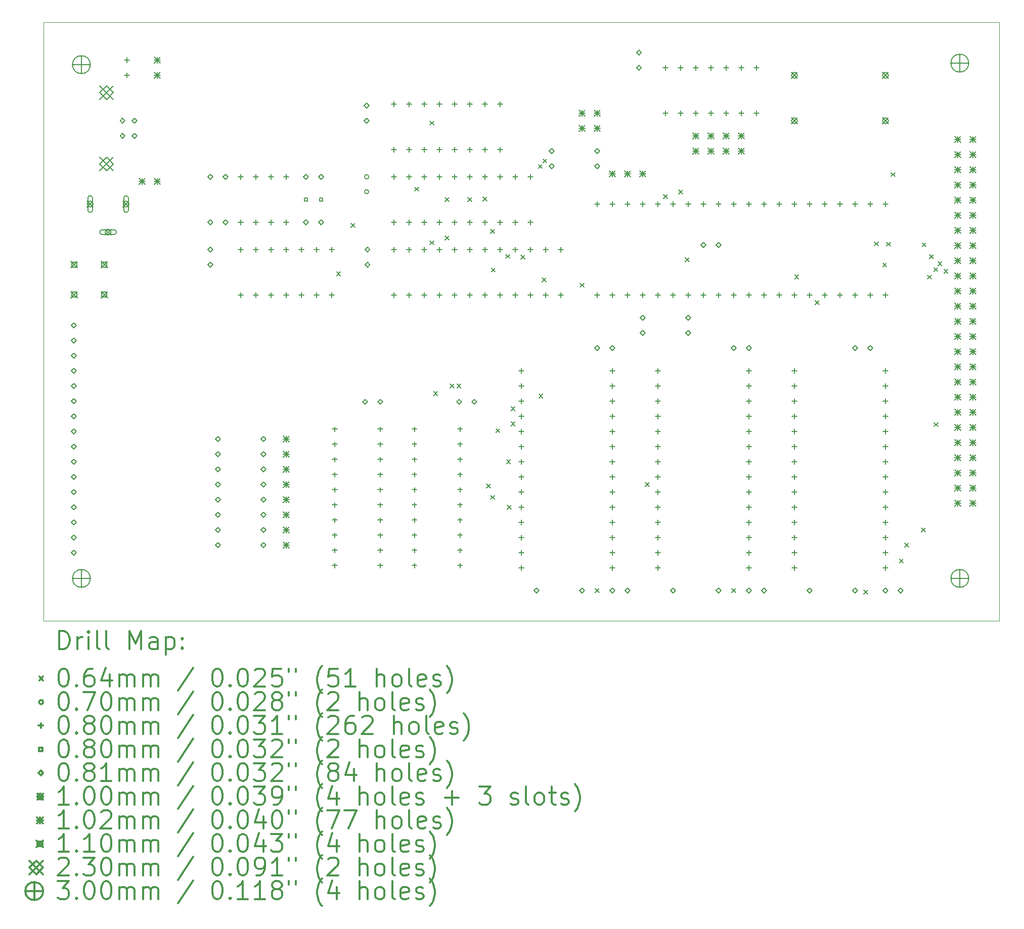
<source format=gbr>
%FSLAX45Y45*%
G04 Gerber Fmt 4.5, Leading zero omitted, Abs format (unit mm)*
G04 Created by KiCad (PCBNEW (2015-03-04 BZR 5473)-product) date Donnerstag, 14. April 2016 'u12' 20:12:05*
%MOMM*%
G01*
G04 APERTURE LIST*
%ADD10C,0.127000*%
%ADD11C,0.100000*%
%ADD12C,0.200000*%
%ADD13C,0.300000*%
G04 APERTURE END LIST*
D10*
D11*
X6223000Y-14605000D02*
X6223000Y-4572000D01*
X22225000Y-14605000D02*
X6223000Y-14605000D01*
X22225000Y-4572000D02*
X22225000Y-14605000D01*
X6223000Y-4572000D02*
X22225000Y-4572000D01*
D12*
X11131550Y-8756650D02*
X11195050Y-8820150D01*
X11195050Y-8756650D02*
X11131550Y-8820150D01*
X11372850Y-7943850D02*
X11436350Y-8007350D01*
X11436350Y-7943850D02*
X11372850Y-8007350D01*
X12439650Y-7340598D02*
X12503150Y-7404098D01*
X12503150Y-7340598D02*
X12439650Y-7404098D01*
X12693650Y-6229350D02*
X12757150Y-6292850D01*
X12757150Y-6229350D02*
X12693650Y-6292850D01*
X12693650Y-8235711D02*
X12757150Y-8299211D01*
X12757150Y-8235711D02*
X12693650Y-8299211D01*
X12757150Y-10763250D02*
X12820650Y-10826750D01*
X12820650Y-10763250D02*
X12757150Y-10826750D01*
X12945955Y-8154965D02*
X13009455Y-8218465D01*
X13009455Y-8154965D02*
X12945955Y-8218465D01*
X12947650Y-7512050D02*
X13011150Y-7575550D01*
X13011150Y-7512050D02*
X12947650Y-7575550D01*
X13030196Y-10636250D02*
X13093696Y-10699750D01*
X13093696Y-10636250D02*
X13030196Y-10699750D01*
X13144497Y-10636250D02*
X13207997Y-10699750D01*
X13207997Y-10636250D02*
X13144497Y-10699750D01*
X13329920Y-7512054D02*
X13393420Y-7575554D01*
X13393420Y-7512054D02*
X13329920Y-7575554D01*
X13582650Y-7505698D02*
X13646150Y-7569198D01*
X13646150Y-7505698D02*
X13582650Y-7569198D01*
X13640507Y-12313873D02*
X13704007Y-12377373D01*
X13704007Y-12313873D02*
X13640507Y-12377373D01*
X13709650Y-8045450D02*
X13773150Y-8108950D01*
X13773150Y-8045450D02*
X13709650Y-8108950D01*
X13709650Y-12503150D02*
X13773150Y-12566650D01*
X13773150Y-12503150D02*
X13709650Y-12566650D01*
X13724343Y-8693148D02*
X13787843Y-8756648D01*
X13787843Y-8693148D02*
X13724343Y-8756648D01*
X13798550Y-11385550D02*
X13862050Y-11449050D01*
X13862050Y-11385550D02*
X13798550Y-11449050D01*
X13963651Y-8464789D02*
X14027151Y-8528289D01*
X14027151Y-8464789D02*
X13963651Y-8528289D01*
X13976350Y-11906250D02*
X14039850Y-11969750D01*
X14039850Y-11906250D02*
X13976350Y-11969750D01*
X13989050Y-12668250D02*
X14052550Y-12731750D01*
X14052550Y-12668250D02*
X13989050Y-12731750D01*
X14052550Y-11017250D02*
X14116050Y-11080750D01*
X14116050Y-11017250D02*
X14052550Y-11080750D01*
X14052550Y-11271250D02*
X14116050Y-11334750D01*
X14116050Y-11271250D02*
X14052550Y-11334750D01*
X14217650Y-8477250D02*
X14281150Y-8540750D01*
X14281150Y-8477250D02*
X14217650Y-8540750D01*
X14509748Y-6958439D02*
X14573248Y-7021939D01*
X14573248Y-6958439D02*
X14509748Y-7021939D01*
X14516572Y-10807698D02*
X14580072Y-10871198D01*
X14580072Y-10807698D02*
X14516572Y-10871198D01*
X14573250Y-8858250D02*
X14636750Y-8921750D01*
X14636750Y-8858250D02*
X14573250Y-8921750D01*
X14585950Y-6864350D02*
X14649450Y-6927850D01*
X14649450Y-6864350D02*
X14585950Y-6927850D01*
X15208250Y-8947150D02*
X15271750Y-9010650D01*
X15271750Y-8947150D02*
X15208250Y-9010650D01*
X15462250Y-14065250D02*
X15525750Y-14128750D01*
X15525750Y-14065250D02*
X15462250Y-14128750D01*
X16300449Y-12287250D02*
X16363949Y-12350750D01*
X16363949Y-12287250D02*
X16300449Y-12350750D01*
X16605250Y-7461250D02*
X16668750Y-7524750D01*
X16668750Y-7461250D02*
X16605250Y-7524750D01*
X16859250Y-7385050D02*
X16922750Y-7448550D01*
X16922750Y-7385050D02*
X16859250Y-7448550D01*
X16967291Y-8521692D02*
X17030791Y-8585192D01*
X17030791Y-8521692D02*
X16967291Y-8585192D01*
X17748250Y-14065250D02*
X17811750Y-14128750D01*
X17811750Y-14065250D02*
X17748250Y-14128750D01*
X18801128Y-8808674D02*
X18864628Y-8872174D01*
X18864628Y-8808674D02*
X18801128Y-8872174D01*
X19145250Y-9239250D02*
X19208750Y-9302750D01*
X19208750Y-9239250D02*
X19145250Y-9302750D01*
X19958050Y-14090650D02*
X20021550Y-14154150D01*
X20021550Y-14090650D02*
X19958050Y-14154150D01*
X20135973Y-8253969D02*
X20199473Y-8317469D01*
X20199473Y-8253969D02*
X20135973Y-8317469D01*
X20273685Y-8608652D02*
X20337185Y-8672152D01*
X20337185Y-8608652D02*
X20273685Y-8672152D01*
X20339050Y-8261350D02*
X20402550Y-8324850D01*
X20402550Y-8261350D02*
X20339050Y-8324850D01*
X20415250Y-7092950D02*
X20478750Y-7156450D01*
X20478750Y-7092950D02*
X20415250Y-7156450D01*
X20554807Y-13569099D02*
X20618307Y-13632599D01*
X20618307Y-13569099D02*
X20554807Y-13632599D01*
X20643850Y-13303250D02*
X20707350Y-13366750D01*
X20707350Y-13303250D02*
X20643850Y-13366750D01*
X20923250Y-13049250D02*
X20986750Y-13112750D01*
X20986750Y-13049250D02*
X20923250Y-13112750D01*
X20935950Y-8271508D02*
X20999450Y-8335008D01*
X20999450Y-8271508D02*
X20935950Y-8335008D01*
X21024047Y-8813798D02*
X21087547Y-8877298D01*
X21087547Y-8813798D02*
X21024047Y-8877298D01*
X21059140Y-8467090D02*
X21122640Y-8530590D01*
X21122640Y-8467090D02*
X21059140Y-8530590D01*
X21132051Y-8682881D02*
X21195551Y-8746381D01*
X21195551Y-8682881D02*
X21132051Y-8746381D01*
X21135337Y-11285314D02*
X21198837Y-11348814D01*
X21198837Y-11285314D02*
X21135337Y-11348814D01*
X21197162Y-8588939D02*
X21260662Y-8652439D01*
X21260662Y-8588939D02*
X21197162Y-8652439D01*
X21298715Y-8715461D02*
X21362215Y-8778961D01*
X21362215Y-8715461D02*
X21298715Y-8778961D01*
X11668200Y-7162800D02*
G75*
G03X11668200Y-7162800I-35000J0D01*
G01*
X11668200Y-7412800D02*
G75*
G03X11668200Y-7412800I-35000J0D01*
G01*
X7620000Y-5167000D02*
X7620000Y-5247000D01*
X7580000Y-5207000D02*
X7660000Y-5207000D01*
X7620000Y-5417000D02*
X7620000Y-5497000D01*
X7580000Y-5457000D02*
X7660000Y-5457000D01*
X9525000Y-7122800D02*
X9525000Y-7202800D01*
X9485000Y-7162800D02*
X9565000Y-7162800D01*
X9525000Y-7884800D02*
X9525000Y-7964800D01*
X9485000Y-7924800D02*
X9565000Y-7924800D01*
X9525000Y-8342000D02*
X9525000Y-8422000D01*
X9485000Y-8382000D02*
X9565000Y-8382000D01*
X9525000Y-9104000D02*
X9525000Y-9184000D01*
X9485000Y-9144000D02*
X9565000Y-9144000D01*
X9779000Y-7122800D02*
X9779000Y-7202800D01*
X9739000Y-7162800D02*
X9819000Y-7162800D01*
X9779000Y-7884800D02*
X9779000Y-7964800D01*
X9739000Y-7924800D02*
X9819000Y-7924800D01*
X9779000Y-8342000D02*
X9779000Y-8422000D01*
X9739000Y-8382000D02*
X9819000Y-8382000D01*
X9779000Y-9104000D02*
X9779000Y-9184000D01*
X9739000Y-9144000D02*
X9819000Y-9144000D01*
X10033000Y-7122800D02*
X10033000Y-7202800D01*
X9993000Y-7162800D02*
X10073000Y-7162800D01*
X10033000Y-7884800D02*
X10033000Y-7964800D01*
X9993000Y-7924800D02*
X10073000Y-7924800D01*
X10033000Y-8342000D02*
X10033000Y-8422000D01*
X9993000Y-8382000D02*
X10073000Y-8382000D01*
X10033000Y-9104000D02*
X10033000Y-9184000D01*
X9993000Y-9144000D02*
X10073000Y-9144000D01*
X10287000Y-7122800D02*
X10287000Y-7202800D01*
X10247000Y-7162800D02*
X10327000Y-7162800D01*
X10287000Y-7884800D02*
X10287000Y-7964800D01*
X10247000Y-7924800D02*
X10327000Y-7924800D01*
X10287000Y-8342000D02*
X10287000Y-8422000D01*
X10247000Y-8382000D02*
X10327000Y-8382000D01*
X10287000Y-9104000D02*
X10287000Y-9184000D01*
X10247000Y-9144000D02*
X10327000Y-9144000D01*
X10541000Y-8342000D02*
X10541000Y-8422000D01*
X10501000Y-8382000D02*
X10581000Y-8382000D01*
X10541000Y-9104000D02*
X10541000Y-9184000D01*
X10501000Y-9144000D02*
X10581000Y-9144000D01*
X10795000Y-8342000D02*
X10795000Y-8422000D01*
X10755000Y-8382000D02*
X10835000Y-8382000D01*
X10795000Y-9104000D02*
X10795000Y-9184000D01*
X10755000Y-9144000D02*
X10835000Y-9144000D01*
X11049000Y-8342000D02*
X11049000Y-8422000D01*
X11009000Y-8382000D02*
X11089000Y-8382000D01*
X11049000Y-9104000D02*
X11049000Y-9184000D01*
X11009000Y-9144000D02*
X11089000Y-9144000D01*
X11099800Y-11351900D02*
X11099800Y-11431900D01*
X11059800Y-11391900D02*
X11139800Y-11391900D01*
X11099800Y-11605900D02*
X11099800Y-11685900D01*
X11059800Y-11645900D02*
X11139800Y-11645900D01*
X11099800Y-11859900D02*
X11099800Y-11939900D01*
X11059800Y-11899900D02*
X11139800Y-11899900D01*
X11099800Y-12113900D02*
X11099800Y-12193900D01*
X11059800Y-12153900D02*
X11139800Y-12153900D01*
X11099800Y-12367900D02*
X11099800Y-12447900D01*
X11059800Y-12407900D02*
X11139800Y-12407900D01*
X11099800Y-12621900D02*
X11099800Y-12701900D01*
X11059800Y-12661900D02*
X11139800Y-12661900D01*
X11099800Y-12875900D02*
X11099800Y-12955900D01*
X11059800Y-12915900D02*
X11139800Y-12915900D01*
X11099800Y-13129900D02*
X11099800Y-13209900D01*
X11059800Y-13169900D02*
X11139800Y-13169900D01*
X11099800Y-13383900D02*
X11099800Y-13463900D01*
X11059800Y-13423900D02*
X11139800Y-13423900D01*
X11099800Y-13637900D02*
X11099800Y-13717900D01*
X11059800Y-13677900D02*
X11139800Y-13677900D01*
X11861800Y-11351900D02*
X11861800Y-11431900D01*
X11821800Y-11391900D02*
X11901800Y-11391900D01*
X11861800Y-11605900D02*
X11861800Y-11685900D01*
X11821800Y-11645900D02*
X11901800Y-11645900D01*
X11861800Y-11859900D02*
X11861800Y-11939900D01*
X11821800Y-11899900D02*
X11901800Y-11899900D01*
X11861800Y-12113900D02*
X11861800Y-12193900D01*
X11821800Y-12153900D02*
X11901800Y-12153900D01*
X11861800Y-12367900D02*
X11861800Y-12447900D01*
X11821800Y-12407900D02*
X11901800Y-12407900D01*
X11861800Y-12621900D02*
X11861800Y-12701900D01*
X11821800Y-12661900D02*
X11901800Y-12661900D01*
X11861800Y-12875900D02*
X11861800Y-12955900D01*
X11821800Y-12915900D02*
X11901800Y-12915900D01*
X11861800Y-13129900D02*
X11861800Y-13209900D01*
X11821800Y-13169900D02*
X11901800Y-13169900D01*
X11861800Y-13383900D02*
X11861800Y-13463900D01*
X11821800Y-13423900D02*
X11901800Y-13423900D01*
X11861800Y-13637900D02*
X11861800Y-13717900D01*
X11821800Y-13677900D02*
X11901800Y-13677900D01*
X12090400Y-5903600D02*
X12090400Y-5983600D01*
X12050400Y-5943600D02*
X12130400Y-5943600D01*
X12090400Y-6665600D02*
X12090400Y-6745600D01*
X12050400Y-6705600D02*
X12130400Y-6705600D01*
X12090400Y-7122800D02*
X12090400Y-7202800D01*
X12050400Y-7162800D02*
X12130400Y-7162800D01*
X12090400Y-7884800D02*
X12090400Y-7964800D01*
X12050400Y-7924800D02*
X12130400Y-7924800D01*
X12090400Y-8342000D02*
X12090400Y-8422000D01*
X12050400Y-8382000D02*
X12130400Y-8382000D01*
X12090400Y-9104000D02*
X12090400Y-9184000D01*
X12050400Y-9144000D02*
X12130400Y-9144000D01*
X12344400Y-5903600D02*
X12344400Y-5983600D01*
X12304400Y-5943600D02*
X12384400Y-5943600D01*
X12344400Y-6665600D02*
X12344400Y-6745600D01*
X12304400Y-6705600D02*
X12384400Y-6705600D01*
X12344400Y-7122800D02*
X12344400Y-7202800D01*
X12304400Y-7162800D02*
X12384400Y-7162800D01*
X12344400Y-7884800D02*
X12344400Y-7964800D01*
X12304400Y-7924800D02*
X12384400Y-7924800D01*
X12344400Y-8342000D02*
X12344400Y-8422000D01*
X12304400Y-8382000D02*
X12384400Y-8382000D01*
X12344400Y-9104000D02*
X12344400Y-9184000D01*
X12304400Y-9144000D02*
X12384400Y-9144000D01*
X12433300Y-11351900D02*
X12433300Y-11431900D01*
X12393300Y-11391900D02*
X12473300Y-11391900D01*
X12433300Y-11605900D02*
X12433300Y-11685900D01*
X12393300Y-11645900D02*
X12473300Y-11645900D01*
X12433300Y-11859900D02*
X12433300Y-11939900D01*
X12393300Y-11899900D02*
X12473300Y-11899900D01*
X12433300Y-12113900D02*
X12433300Y-12193900D01*
X12393300Y-12153900D02*
X12473300Y-12153900D01*
X12433300Y-12367900D02*
X12433300Y-12447900D01*
X12393300Y-12407900D02*
X12473300Y-12407900D01*
X12433300Y-12621900D02*
X12433300Y-12701900D01*
X12393300Y-12661900D02*
X12473300Y-12661900D01*
X12433300Y-12875900D02*
X12433300Y-12955900D01*
X12393300Y-12915900D02*
X12473300Y-12915900D01*
X12433300Y-13129900D02*
X12433300Y-13209900D01*
X12393300Y-13169900D02*
X12473300Y-13169900D01*
X12433300Y-13383900D02*
X12433300Y-13463900D01*
X12393300Y-13423900D02*
X12473300Y-13423900D01*
X12433300Y-13637900D02*
X12433300Y-13717900D01*
X12393300Y-13677900D02*
X12473300Y-13677900D01*
X12598400Y-5903600D02*
X12598400Y-5983600D01*
X12558400Y-5943600D02*
X12638400Y-5943600D01*
X12598400Y-6665600D02*
X12598400Y-6745600D01*
X12558400Y-6705600D02*
X12638400Y-6705600D01*
X12598400Y-7122800D02*
X12598400Y-7202800D01*
X12558400Y-7162800D02*
X12638400Y-7162800D01*
X12598400Y-7884800D02*
X12598400Y-7964800D01*
X12558400Y-7924800D02*
X12638400Y-7924800D01*
X12598400Y-8342000D02*
X12598400Y-8422000D01*
X12558400Y-8382000D02*
X12638400Y-8382000D01*
X12598400Y-9104000D02*
X12598400Y-9184000D01*
X12558400Y-9144000D02*
X12638400Y-9144000D01*
X12852400Y-5903600D02*
X12852400Y-5983600D01*
X12812400Y-5943600D02*
X12892400Y-5943600D01*
X12852400Y-6665600D02*
X12852400Y-6745600D01*
X12812400Y-6705600D02*
X12892400Y-6705600D01*
X12852400Y-7122800D02*
X12852400Y-7202800D01*
X12812400Y-7162800D02*
X12892400Y-7162800D01*
X12852400Y-7884800D02*
X12852400Y-7964800D01*
X12812400Y-7924800D02*
X12892400Y-7924800D01*
X12852400Y-8342000D02*
X12852400Y-8422000D01*
X12812400Y-8382000D02*
X12892400Y-8382000D01*
X12852400Y-9104000D02*
X12852400Y-9184000D01*
X12812400Y-9144000D02*
X12892400Y-9144000D01*
X13106400Y-5903600D02*
X13106400Y-5983600D01*
X13066400Y-5943600D02*
X13146400Y-5943600D01*
X13106400Y-6665600D02*
X13106400Y-6745600D01*
X13066400Y-6705600D02*
X13146400Y-6705600D01*
X13106400Y-7122800D02*
X13106400Y-7202800D01*
X13066400Y-7162800D02*
X13146400Y-7162800D01*
X13106400Y-7884800D02*
X13106400Y-7964800D01*
X13066400Y-7924800D02*
X13146400Y-7924800D01*
X13106400Y-8342000D02*
X13106400Y-8422000D01*
X13066400Y-8382000D02*
X13146400Y-8382000D01*
X13106400Y-9104000D02*
X13106400Y-9184000D01*
X13066400Y-9144000D02*
X13146400Y-9144000D01*
X13195300Y-11351900D02*
X13195300Y-11431900D01*
X13155300Y-11391900D02*
X13235300Y-11391900D01*
X13195300Y-11605900D02*
X13195300Y-11685900D01*
X13155300Y-11645900D02*
X13235300Y-11645900D01*
X13195300Y-11859900D02*
X13195300Y-11939900D01*
X13155300Y-11899900D02*
X13235300Y-11899900D01*
X13195300Y-12113900D02*
X13195300Y-12193900D01*
X13155300Y-12153900D02*
X13235300Y-12153900D01*
X13195300Y-12367900D02*
X13195300Y-12447900D01*
X13155300Y-12407900D02*
X13235300Y-12407900D01*
X13195300Y-12621900D02*
X13195300Y-12701900D01*
X13155300Y-12661900D02*
X13235300Y-12661900D01*
X13195300Y-12875900D02*
X13195300Y-12955900D01*
X13155300Y-12915900D02*
X13235300Y-12915900D01*
X13195300Y-13129900D02*
X13195300Y-13209900D01*
X13155300Y-13169900D02*
X13235300Y-13169900D01*
X13195300Y-13383900D02*
X13195300Y-13463900D01*
X13155300Y-13423900D02*
X13235300Y-13423900D01*
X13195300Y-13637900D02*
X13195300Y-13717900D01*
X13155300Y-13677900D02*
X13235300Y-13677900D01*
X13360400Y-5903600D02*
X13360400Y-5983600D01*
X13320400Y-5943600D02*
X13400400Y-5943600D01*
X13360400Y-6665600D02*
X13360400Y-6745600D01*
X13320400Y-6705600D02*
X13400400Y-6705600D01*
X13360400Y-7122800D02*
X13360400Y-7202800D01*
X13320400Y-7162800D02*
X13400400Y-7162800D01*
X13360400Y-7884800D02*
X13360400Y-7964800D01*
X13320400Y-7924800D02*
X13400400Y-7924800D01*
X13360400Y-8342000D02*
X13360400Y-8422000D01*
X13320400Y-8382000D02*
X13400400Y-8382000D01*
X13360400Y-9104000D02*
X13360400Y-9184000D01*
X13320400Y-9144000D02*
X13400400Y-9144000D01*
X13614400Y-5903600D02*
X13614400Y-5983600D01*
X13574400Y-5943600D02*
X13654400Y-5943600D01*
X13614400Y-6665600D02*
X13614400Y-6745600D01*
X13574400Y-6705600D02*
X13654400Y-6705600D01*
X13614400Y-7122800D02*
X13614400Y-7202800D01*
X13574400Y-7162800D02*
X13654400Y-7162800D01*
X13614400Y-7884800D02*
X13614400Y-7964800D01*
X13574400Y-7924800D02*
X13654400Y-7924800D01*
X13614400Y-8342000D02*
X13614400Y-8422000D01*
X13574400Y-8382000D02*
X13654400Y-8382000D01*
X13614400Y-9104000D02*
X13614400Y-9184000D01*
X13574400Y-9144000D02*
X13654400Y-9144000D01*
X13868400Y-5903600D02*
X13868400Y-5983600D01*
X13828400Y-5943600D02*
X13908400Y-5943600D01*
X13868400Y-6665600D02*
X13868400Y-6745600D01*
X13828400Y-6705600D02*
X13908400Y-6705600D01*
X13868400Y-7122800D02*
X13868400Y-7202800D01*
X13828400Y-7162800D02*
X13908400Y-7162800D01*
X13868400Y-7884800D02*
X13868400Y-7964800D01*
X13828400Y-7924800D02*
X13908400Y-7924800D01*
X13868400Y-8342000D02*
X13868400Y-8422000D01*
X13828400Y-8382000D02*
X13908400Y-8382000D01*
X13868400Y-9104000D02*
X13868400Y-9184000D01*
X13828400Y-9144000D02*
X13908400Y-9144000D01*
X14122400Y-7122800D02*
X14122400Y-7202800D01*
X14082400Y-7162800D02*
X14162400Y-7162800D01*
X14122400Y-7884800D02*
X14122400Y-7964800D01*
X14082400Y-7924800D02*
X14162400Y-7924800D01*
X14122400Y-8342000D02*
X14122400Y-8422000D01*
X14082400Y-8382000D02*
X14162400Y-8382000D01*
X14122400Y-9104000D02*
X14122400Y-9184000D01*
X14082400Y-9144000D02*
X14162400Y-9144000D01*
X14224000Y-10374000D02*
X14224000Y-10454000D01*
X14184000Y-10414000D02*
X14264000Y-10414000D01*
X14224000Y-10628000D02*
X14224000Y-10708000D01*
X14184000Y-10668000D02*
X14264000Y-10668000D01*
X14224000Y-10882000D02*
X14224000Y-10962000D01*
X14184000Y-10922000D02*
X14264000Y-10922000D01*
X14224000Y-11136000D02*
X14224000Y-11216000D01*
X14184000Y-11176000D02*
X14264000Y-11176000D01*
X14224000Y-11390000D02*
X14224000Y-11470000D01*
X14184000Y-11430000D02*
X14264000Y-11430000D01*
X14224000Y-11644000D02*
X14224000Y-11724000D01*
X14184000Y-11684000D02*
X14264000Y-11684000D01*
X14224000Y-11898000D02*
X14224000Y-11978000D01*
X14184000Y-11938000D02*
X14264000Y-11938000D01*
X14224000Y-12152000D02*
X14224000Y-12232000D01*
X14184000Y-12192000D02*
X14264000Y-12192000D01*
X14224000Y-12406000D02*
X14224000Y-12486000D01*
X14184000Y-12446000D02*
X14264000Y-12446000D01*
X14224000Y-12660000D02*
X14224000Y-12740000D01*
X14184000Y-12700000D02*
X14264000Y-12700000D01*
X14224000Y-12914000D02*
X14224000Y-12994000D01*
X14184000Y-12954000D02*
X14264000Y-12954000D01*
X14224000Y-13168000D02*
X14224000Y-13248000D01*
X14184000Y-13208000D02*
X14264000Y-13208000D01*
X14224000Y-13422000D02*
X14224000Y-13502000D01*
X14184000Y-13462000D02*
X14264000Y-13462000D01*
X14224000Y-13676000D02*
X14224000Y-13756000D01*
X14184000Y-13716000D02*
X14264000Y-13716000D01*
X14376400Y-7122800D02*
X14376400Y-7202800D01*
X14336400Y-7162800D02*
X14416400Y-7162800D01*
X14376400Y-7884800D02*
X14376400Y-7964800D01*
X14336400Y-7924800D02*
X14416400Y-7924800D01*
X14376400Y-8342000D02*
X14376400Y-8422000D01*
X14336400Y-8382000D02*
X14416400Y-8382000D01*
X14376400Y-9104000D02*
X14376400Y-9184000D01*
X14336400Y-9144000D02*
X14416400Y-9144000D01*
X14630400Y-8342000D02*
X14630400Y-8422000D01*
X14590400Y-8382000D02*
X14670400Y-8382000D01*
X14630400Y-9104000D02*
X14630400Y-9184000D01*
X14590400Y-9144000D02*
X14670400Y-9144000D01*
X14884400Y-8342000D02*
X14884400Y-8422000D01*
X14844400Y-8382000D02*
X14924400Y-8382000D01*
X14884400Y-9104000D02*
X14884400Y-9184000D01*
X14844400Y-9144000D02*
X14924400Y-9144000D01*
X15494000Y-7580000D02*
X15494000Y-7660000D01*
X15454000Y-7620000D02*
X15534000Y-7620000D01*
X15494000Y-9104000D02*
X15494000Y-9184000D01*
X15454000Y-9144000D02*
X15534000Y-9144000D01*
X15748000Y-7580000D02*
X15748000Y-7660000D01*
X15708000Y-7620000D02*
X15788000Y-7620000D01*
X15748000Y-9104000D02*
X15748000Y-9184000D01*
X15708000Y-9144000D02*
X15788000Y-9144000D01*
X15748000Y-10374000D02*
X15748000Y-10454000D01*
X15708000Y-10414000D02*
X15788000Y-10414000D01*
X15748000Y-10628000D02*
X15748000Y-10708000D01*
X15708000Y-10668000D02*
X15788000Y-10668000D01*
X15748000Y-10882000D02*
X15748000Y-10962000D01*
X15708000Y-10922000D02*
X15788000Y-10922000D01*
X15748000Y-11136000D02*
X15748000Y-11216000D01*
X15708000Y-11176000D02*
X15788000Y-11176000D01*
X15748000Y-11390000D02*
X15748000Y-11470000D01*
X15708000Y-11430000D02*
X15788000Y-11430000D01*
X15748000Y-11644000D02*
X15748000Y-11724000D01*
X15708000Y-11684000D02*
X15788000Y-11684000D01*
X15748000Y-11898000D02*
X15748000Y-11978000D01*
X15708000Y-11938000D02*
X15788000Y-11938000D01*
X15748000Y-12152000D02*
X15748000Y-12232000D01*
X15708000Y-12192000D02*
X15788000Y-12192000D01*
X15748000Y-12406000D02*
X15748000Y-12486000D01*
X15708000Y-12446000D02*
X15788000Y-12446000D01*
X15748000Y-12660000D02*
X15748000Y-12740000D01*
X15708000Y-12700000D02*
X15788000Y-12700000D01*
X15748000Y-12914000D02*
X15748000Y-12994000D01*
X15708000Y-12954000D02*
X15788000Y-12954000D01*
X15748000Y-13168000D02*
X15748000Y-13248000D01*
X15708000Y-13208000D02*
X15788000Y-13208000D01*
X15748000Y-13422000D02*
X15748000Y-13502000D01*
X15708000Y-13462000D02*
X15788000Y-13462000D01*
X15748000Y-13676000D02*
X15748000Y-13756000D01*
X15708000Y-13716000D02*
X15788000Y-13716000D01*
X16002000Y-7580000D02*
X16002000Y-7660000D01*
X15962000Y-7620000D02*
X16042000Y-7620000D01*
X16002000Y-9104000D02*
X16002000Y-9184000D01*
X15962000Y-9144000D02*
X16042000Y-9144000D01*
X16256000Y-7580000D02*
X16256000Y-7660000D01*
X16216000Y-7620000D02*
X16296000Y-7620000D01*
X16256000Y-9104000D02*
X16256000Y-9184000D01*
X16216000Y-9144000D02*
X16296000Y-9144000D01*
X16510000Y-7580000D02*
X16510000Y-7660000D01*
X16470000Y-7620000D02*
X16550000Y-7620000D01*
X16510000Y-9104000D02*
X16510000Y-9184000D01*
X16470000Y-9144000D02*
X16550000Y-9144000D01*
X16510000Y-10374000D02*
X16510000Y-10454000D01*
X16470000Y-10414000D02*
X16550000Y-10414000D01*
X16510000Y-10628000D02*
X16510000Y-10708000D01*
X16470000Y-10668000D02*
X16550000Y-10668000D01*
X16510000Y-10882000D02*
X16510000Y-10962000D01*
X16470000Y-10922000D02*
X16550000Y-10922000D01*
X16510000Y-11136000D02*
X16510000Y-11216000D01*
X16470000Y-11176000D02*
X16550000Y-11176000D01*
X16510000Y-11390000D02*
X16510000Y-11470000D01*
X16470000Y-11430000D02*
X16550000Y-11430000D01*
X16510000Y-11644000D02*
X16510000Y-11724000D01*
X16470000Y-11684000D02*
X16550000Y-11684000D01*
X16510000Y-11898000D02*
X16510000Y-11978000D01*
X16470000Y-11938000D02*
X16550000Y-11938000D01*
X16510000Y-12152000D02*
X16510000Y-12232000D01*
X16470000Y-12192000D02*
X16550000Y-12192000D01*
X16510000Y-12406000D02*
X16510000Y-12486000D01*
X16470000Y-12446000D02*
X16550000Y-12446000D01*
X16510000Y-12660000D02*
X16510000Y-12740000D01*
X16470000Y-12700000D02*
X16550000Y-12700000D01*
X16510000Y-12914000D02*
X16510000Y-12994000D01*
X16470000Y-12954000D02*
X16550000Y-12954000D01*
X16510000Y-13168000D02*
X16510000Y-13248000D01*
X16470000Y-13208000D02*
X16550000Y-13208000D01*
X16510000Y-13422000D02*
X16510000Y-13502000D01*
X16470000Y-13462000D02*
X16550000Y-13462000D01*
X16510000Y-13676000D02*
X16510000Y-13756000D01*
X16470000Y-13716000D02*
X16550000Y-13716000D01*
X16637000Y-5294000D02*
X16637000Y-5374000D01*
X16597000Y-5334000D02*
X16677000Y-5334000D01*
X16637000Y-6056000D02*
X16637000Y-6136000D01*
X16597000Y-6096000D02*
X16677000Y-6096000D01*
X16764000Y-7580000D02*
X16764000Y-7660000D01*
X16724000Y-7620000D02*
X16804000Y-7620000D01*
X16764000Y-9104000D02*
X16764000Y-9184000D01*
X16724000Y-9144000D02*
X16804000Y-9144000D01*
X16891000Y-5294000D02*
X16891000Y-5374000D01*
X16851000Y-5334000D02*
X16931000Y-5334000D01*
X16891000Y-6056000D02*
X16891000Y-6136000D01*
X16851000Y-6096000D02*
X16931000Y-6096000D01*
X17018000Y-7580000D02*
X17018000Y-7660000D01*
X16978000Y-7620000D02*
X17058000Y-7620000D01*
X17018000Y-9104000D02*
X17018000Y-9184000D01*
X16978000Y-9144000D02*
X17058000Y-9144000D01*
X17145000Y-5294000D02*
X17145000Y-5374000D01*
X17105000Y-5334000D02*
X17185000Y-5334000D01*
X17145000Y-6056000D02*
X17145000Y-6136000D01*
X17105000Y-6096000D02*
X17185000Y-6096000D01*
X17272000Y-7580000D02*
X17272000Y-7660000D01*
X17232000Y-7620000D02*
X17312000Y-7620000D01*
X17272000Y-9104000D02*
X17272000Y-9184000D01*
X17232000Y-9144000D02*
X17312000Y-9144000D01*
X17399000Y-5294000D02*
X17399000Y-5374000D01*
X17359000Y-5334000D02*
X17439000Y-5334000D01*
X17399000Y-6056000D02*
X17399000Y-6136000D01*
X17359000Y-6096000D02*
X17439000Y-6096000D01*
X17526000Y-7580000D02*
X17526000Y-7660000D01*
X17486000Y-7620000D02*
X17566000Y-7620000D01*
X17526000Y-9104000D02*
X17526000Y-9184000D01*
X17486000Y-9144000D02*
X17566000Y-9144000D01*
X17653000Y-5294000D02*
X17653000Y-5374000D01*
X17613000Y-5334000D02*
X17693000Y-5334000D01*
X17653000Y-6056000D02*
X17653000Y-6136000D01*
X17613000Y-6096000D02*
X17693000Y-6096000D01*
X17780000Y-7580000D02*
X17780000Y-7660000D01*
X17740000Y-7620000D02*
X17820000Y-7620000D01*
X17780000Y-9104000D02*
X17780000Y-9184000D01*
X17740000Y-9144000D02*
X17820000Y-9144000D01*
X17907000Y-5294000D02*
X17907000Y-5374000D01*
X17867000Y-5334000D02*
X17947000Y-5334000D01*
X17907000Y-6056000D02*
X17907000Y-6136000D01*
X17867000Y-6096000D02*
X17947000Y-6096000D01*
X18034000Y-7580000D02*
X18034000Y-7660000D01*
X17994000Y-7620000D02*
X18074000Y-7620000D01*
X18034000Y-9104000D02*
X18034000Y-9184000D01*
X17994000Y-9144000D02*
X18074000Y-9144000D01*
X18034000Y-10374000D02*
X18034000Y-10454000D01*
X17994000Y-10414000D02*
X18074000Y-10414000D01*
X18034000Y-10628000D02*
X18034000Y-10708000D01*
X17994000Y-10668000D02*
X18074000Y-10668000D01*
X18034000Y-10882000D02*
X18034000Y-10962000D01*
X17994000Y-10922000D02*
X18074000Y-10922000D01*
X18034000Y-11136000D02*
X18034000Y-11216000D01*
X17994000Y-11176000D02*
X18074000Y-11176000D01*
X18034000Y-11390000D02*
X18034000Y-11470000D01*
X17994000Y-11430000D02*
X18074000Y-11430000D01*
X18034000Y-11644000D02*
X18034000Y-11724000D01*
X17994000Y-11684000D02*
X18074000Y-11684000D01*
X18034000Y-11898000D02*
X18034000Y-11978000D01*
X17994000Y-11938000D02*
X18074000Y-11938000D01*
X18034000Y-12152000D02*
X18034000Y-12232000D01*
X17994000Y-12192000D02*
X18074000Y-12192000D01*
X18034000Y-12406000D02*
X18034000Y-12486000D01*
X17994000Y-12446000D02*
X18074000Y-12446000D01*
X18034000Y-12660000D02*
X18034000Y-12740000D01*
X17994000Y-12700000D02*
X18074000Y-12700000D01*
X18034000Y-12914000D02*
X18034000Y-12994000D01*
X17994000Y-12954000D02*
X18074000Y-12954000D01*
X18034000Y-13168000D02*
X18034000Y-13248000D01*
X17994000Y-13208000D02*
X18074000Y-13208000D01*
X18034000Y-13422000D02*
X18034000Y-13502000D01*
X17994000Y-13462000D02*
X18074000Y-13462000D01*
X18034000Y-13676000D02*
X18034000Y-13756000D01*
X17994000Y-13716000D02*
X18074000Y-13716000D01*
X18161000Y-5294000D02*
X18161000Y-5374000D01*
X18121000Y-5334000D02*
X18201000Y-5334000D01*
X18161000Y-6056000D02*
X18161000Y-6136000D01*
X18121000Y-6096000D02*
X18201000Y-6096000D01*
X18288000Y-7580000D02*
X18288000Y-7660000D01*
X18248000Y-7620000D02*
X18328000Y-7620000D01*
X18288000Y-9104000D02*
X18288000Y-9184000D01*
X18248000Y-9144000D02*
X18328000Y-9144000D01*
X18542000Y-7580000D02*
X18542000Y-7660000D01*
X18502000Y-7620000D02*
X18582000Y-7620000D01*
X18542000Y-9104000D02*
X18542000Y-9184000D01*
X18502000Y-9144000D02*
X18582000Y-9144000D01*
X18796000Y-7580000D02*
X18796000Y-7660000D01*
X18756000Y-7620000D02*
X18836000Y-7620000D01*
X18796000Y-9104000D02*
X18796000Y-9184000D01*
X18756000Y-9144000D02*
X18836000Y-9144000D01*
X18796000Y-10374000D02*
X18796000Y-10454000D01*
X18756000Y-10414000D02*
X18836000Y-10414000D01*
X18796000Y-10628000D02*
X18796000Y-10708000D01*
X18756000Y-10668000D02*
X18836000Y-10668000D01*
X18796000Y-10882000D02*
X18796000Y-10962000D01*
X18756000Y-10922000D02*
X18836000Y-10922000D01*
X18796000Y-11136000D02*
X18796000Y-11216000D01*
X18756000Y-11176000D02*
X18836000Y-11176000D01*
X18796000Y-11390000D02*
X18796000Y-11470000D01*
X18756000Y-11430000D02*
X18836000Y-11430000D01*
X18796000Y-11644000D02*
X18796000Y-11724000D01*
X18756000Y-11684000D02*
X18836000Y-11684000D01*
X18796000Y-11898000D02*
X18796000Y-11978000D01*
X18756000Y-11938000D02*
X18836000Y-11938000D01*
X18796000Y-12152000D02*
X18796000Y-12232000D01*
X18756000Y-12192000D02*
X18836000Y-12192000D01*
X18796000Y-12406000D02*
X18796000Y-12486000D01*
X18756000Y-12446000D02*
X18836000Y-12446000D01*
X18796000Y-12660000D02*
X18796000Y-12740000D01*
X18756000Y-12700000D02*
X18836000Y-12700000D01*
X18796000Y-12914000D02*
X18796000Y-12994000D01*
X18756000Y-12954000D02*
X18836000Y-12954000D01*
X18796000Y-13168000D02*
X18796000Y-13248000D01*
X18756000Y-13208000D02*
X18836000Y-13208000D01*
X18796000Y-13422000D02*
X18796000Y-13502000D01*
X18756000Y-13462000D02*
X18836000Y-13462000D01*
X18796000Y-13676000D02*
X18796000Y-13756000D01*
X18756000Y-13716000D02*
X18836000Y-13716000D01*
X19050000Y-7580000D02*
X19050000Y-7660000D01*
X19010000Y-7620000D02*
X19090000Y-7620000D01*
X19050000Y-9104000D02*
X19050000Y-9184000D01*
X19010000Y-9144000D02*
X19090000Y-9144000D01*
X19304000Y-7580000D02*
X19304000Y-7660000D01*
X19264000Y-7620000D02*
X19344000Y-7620000D01*
X19304000Y-9104000D02*
X19304000Y-9184000D01*
X19264000Y-9144000D02*
X19344000Y-9144000D01*
X19558000Y-7580000D02*
X19558000Y-7660000D01*
X19518000Y-7620000D02*
X19598000Y-7620000D01*
X19558000Y-9104000D02*
X19558000Y-9184000D01*
X19518000Y-9144000D02*
X19598000Y-9144000D01*
X19812000Y-7580000D02*
X19812000Y-7660000D01*
X19772000Y-7620000D02*
X19852000Y-7620000D01*
X19812000Y-9104000D02*
X19812000Y-9184000D01*
X19772000Y-9144000D02*
X19852000Y-9144000D01*
X20066000Y-7580000D02*
X20066000Y-7660000D01*
X20026000Y-7620000D02*
X20106000Y-7620000D01*
X20066000Y-9104000D02*
X20066000Y-9184000D01*
X20026000Y-9144000D02*
X20106000Y-9144000D01*
X20320000Y-7580000D02*
X20320000Y-7660000D01*
X20280000Y-7620000D02*
X20360000Y-7620000D01*
X20320000Y-9104000D02*
X20320000Y-9184000D01*
X20280000Y-9144000D02*
X20360000Y-9144000D01*
X20320000Y-10374000D02*
X20320000Y-10454000D01*
X20280000Y-10414000D02*
X20360000Y-10414000D01*
X20320000Y-10628000D02*
X20320000Y-10708000D01*
X20280000Y-10668000D02*
X20360000Y-10668000D01*
X20320000Y-10882000D02*
X20320000Y-10962000D01*
X20280000Y-10922000D02*
X20360000Y-10922000D01*
X20320000Y-11136000D02*
X20320000Y-11216000D01*
X20280000Y-11176000D02*
X20360000Y-11176000D01*
X20320000Y-11390000D02*
X20320000Y-11470000D01*
X20280000Y-11430000D02*
X20360000Y-11430000D01*
X20320000Y-11644000D02*
X20320000Y-11724000D01*
X20280000Y-11684000D02*
X20360000Y-11684000D01*
X20320000Y-11898000D02*
X20320000Y-11978000D01*
X20280000Y-11938000D02*
X20360000Y-11938000D01*
X20320000Y-12152000D02*
X20320000Y-12232000D01*
X20280000Y-12192000D02*
X20360000Y-12192000D01*
X20320000Y-12406000D02*
X20320000Y-12486000D01*
X20280000Y-12446000D02*
X20360000Y-12446000D01*
X20320000Y-12660000D02*
X20320000Y-12740000D01*
X20280000Y-12700000D02*
X20360000Y-12700000D01*
X20320000Y-12914000D02*
X20320000Y-12994000D01*
X20280000Y-12954000D02*
X20360000Y-12954000D01*
X20320000Y-13168000D02*
X20320000Y-13248000D01*
X20280000Y-13208000D02*
X20360000Y-13208000D01*
X20320000Y-13422000D02*
X20320000Y-13502000D01*
X20280000Y-13462000D02*
X20360000Y-13462000D01*
X20320000Y-13676000D02*
X20320000Y-13756000D01*
X20280000Y-13716000D02*
X20360000Y-13716000D01*
X10645488Y-7572088D02*
X10645488Y-7515512D01*
X10588912Y-7515512D01*
X10588912Y-7572088D01*
X10645488Y-7572088D01*
X10899488Y-7572088D02*
X10899488Y-7515512D01*
X10842912Y-7515512D01*
X10842912Y-7572088D01*
X10899488Y-7572088D01*
X6731000Y-9692640D02*
X6771640Y-9652000D01*
X6731000Y-9611360D01*
X6690360Y-9652000D01*
X6731000Y-9692640D01*
X6731000Y-9946640D02*
X6771640Y-9906000D01*
X6731000Y-9865360D01*
X6690360Y-9906000D01*
X6731000Y-9946640D01*
X6731000Y-10200640D02*
X6771640Y-10160000D01*
X6731000Y-10119360D01*
X6690360Y-10160000D01*
X6731000Y-10200640D01*
X6731000Y-10454640D02*
X6771640Y-10414000D01*
X6731000Y-10373360D01*
X6690360Y-10414000D01*
X6731000Y-10454640D01*
X6731000Y-10708640D02*
X6771640Y-10668000D01*
X6731000Y-10627360D01*
X6690360Y-10668000D01*
X6731000Y-10708640D01*
X6731000Y-10962640D02*
X6771640Y-10922000D01*
X6731000Y-10881360D01*
X6690360Y-10922000D01*
X6731000Y-10962640D01*
X6731000Y-11216640D02*
X6771640Y-11176000D01*
X6731000Y-11135360D01*
X6690360Y-11176000D01*
X6731000Y-11216640D01*
X6731000Y-11470640D02*
X6771640Y-11430000D01*
X6731000Y-11389360D01*
X6690360Y-11430000D01*
X6731000Y-11470640D01*
X6731000Y-11724640D02*
X6771640Y-11684000D01*
X6731000Y-11643360D01*
X6690360Y-11684000D01*
X6731000Y-11724640D01*
X6731000Y-11978640D02*
X6771640Y-11938000D01*
X6731000Y-11897360D01*
X6690360Y-11938000D01*
X6731000Y-11978640D01*
X6731000Y-12232640D02*
X6771640Y-12192000D01*
X6731000Y-12151360D01*
X6690360Y-12192000D01*
X6731000Y-12232640D01*
X6731000Y-12486640D02*
X6771640Y-12446000D01*
X6731000Y-12405360D01*
X6690360Y-12446000D01*
X6731000Y-12486640D01*
X6731000Y-12740640D02*
X6771640Y-12700000D01*
X6731000Y-12659360D01*
X6690360Y-12700000D01*
X6731000Y-12740640D01*
X6731000Y-12994640D02*
X6771640Y-12954000D01*
X6731000Y-12913360D01*
X6690360Y-12954000D01*
X6731000Y-12994640D01*
X6731000Y-13248640D02*
X6771640Y-13208000D01*
X6731000Y-13167360D01*
X6690360Y-13208000D01*
X6731000Y-13248640D01*
X6731000Y-13502640D02*
X6771640Y-13462000D01*
X6731000Y-13421360D01*
X6690360Y-13462000D01*
X6731000Y-13502640D01*
X7547102Y-6263640D02*
X7587742Y-6223000D01*
X7547102Y-6182360D01*
X7506462Y-6223000D01*
X7547102Y-6263640D01*
X7547102Y-6517640D02*
X7587742Y-6477000D01*
X7547102Y-6436360D01*
X7506462Y-6477000D01*
X7547102Y-6517640D01*
X7747000Y-6263640D02*
X7787640Y-6223000D01*
X7747000Y-6182360D01*
X7706360Y-6223000D01*
X7747000Y-6263640D01*
X7747000Y-6517640D02*
X7787640Y-6477000D01*
X7747000Y-6436360D01*
X7706360Y-6477000D01*
X7747000Y-6517640D01*
X9017000Y-7203440D02*
X9057640Y-7162800D01*
X9017000Y-7122160D01*
X8976360Y-7162800D01*
X9017000Y-7203440D01*
X9017000Y-7965440D02*
X9057640Y-7924800D01*
X9017000Y-7884160D01*
X8976360Y-7924800D01*
X9017000Y-7965440D01*
X9017000Y-8422640D02*
X9057640Y-8382000D01*
X9017000Y-8341360D01*
X8976360Y-8382000D01*
X9017000Y-8422640D01*
X9017000Y-8676640D02*
X9057640Y-8636000D01*
X9017000Y-8595360D01*
X8976360Y-8636000D01*
X9017000Y-8676640D01*
X9144000Y-11597640D02*
X9184640Y-11557000D01*
X9144000Y-11516360D01*
X9103360Y-11557000D01*
X9144000Y-11597640D01*
X9144000Y-11851640D02*
X9184640Y-11811000D01*
X9144000Y-11770360D01*
X9103360Y-11811000D01*
X9144000Y-11851640D01*
X9144000Y-12105640D02*
X9184640Y-12065000D01*
X9144000Y-12024360D01*
X9103360Y-12065000D01*
X9144000Y-12105640D01*
X9144000Y-12359640D02*
X9184640Y-12319000D01*
X9144000Y-12278360D01*
X9103360Y-12319000D01*
X9144000Y-12359640D01*
X9144000Y-12613640D02*
X9184640Y-12573000D01*
X9144000Y-12532360D01*
X9103360Y-12573000D01*
X9144000Y-12613640D01*
X9144000Y-12867640D02*
X9184640Y-12827000D01*
X9144000Y-12786360D01*
X9103360Y-12827000D01*
X9144000Y-12867640D01*
X9144000Y-13121640D02*
X9184640Y-13081000D01*
X9144000Y-13040360D01*
X9103360Y-13081000D01*
X9144000Y-13121640D01*
X9144000Y-13375640D02*
X9184640Y-13335000D01*
X9144000Y-13294360D01*
X9103360Y-13335000D01*
X9144000Y-13375640D01*
X9271000Y-7203440D02*
X9311640Y-7162800D01*
X9271000Y-7122160D01*
X9230360Y-7162800D01*
X9271000Y-7203440D01*
X9271000Y-7965440D02*
X9311640Y-7924800D01*
X9271000Y-7884160D01*
X9230360Y-7924800D01*
X9271000Y-7965440D01*
X9906000Y-11597640D02*
X9946640Y-11557000D01*
X9906000Y-11516360D01*
X9865360Y-11557000D01*
X9906000Y-11597640D01*
X9906000Y-11851640D02*
X9946640Y-11811000D01*
X9906000Y-11770360D01*
X9865360Y-11811000D01*
X9906000Y-11851640D01*
X9906000Y-12105640D02*
X9946640Y-12065000D01*
X9906000Y-12024360D01*
X9865360Y-12065000D01*
X9906000Y-12105640D01*
X9906000Y-12359640D02*
X9946640Y-12319000D01*
X9906000Y-12278360D01*
X9865360Y-12319000D01*
X9906000Y-12359640D01*
X9906000Y-12613640D02*
X9946640Y-12573000D01*
X9906000Y-12532360D01*
X9865360Y-12573000D01*
X9906000Y-12613640D01*
X9906000Y-12867640D02*
X9946640Y-12827000D01*
X9906000Y-12786360D01*
X9865360Y-12827000D01*
X9906000Y-12867640D01*
X9906000Y-13121640D02*
X9946640Y-13081000D01*
X9906000Y-13040360D01*
X9865360Y-13081000D01*
X9906000Y-13121640D01*
X9906000Y-13375640D02*
X9946640Y-13335000D01*
X9906000Y-13294360D01*
X9865360Y-13335000D01*
X9906000Y-13375640D01*
X10617200Y-7203440D02*
X10657840Y-7162800D01*
X10617200Y-7122160D01*
X10576560Y-7162800D01*
X10617200Y-7203440D01*
X10617200Y-7965440D02*
X10657840Y-7924800D01*
X10617200Y-7884160D01*
X10576560Y-7924800D01*
X10617200Y-7965440D01*
X10871200Y-7203440D02*
X10911840Y-7162800D01*
X10871200Y-7122160D01*
X10830560Y-7162800D01*
X10871200Y-7203440D01*
X10871200Y-7965440D02*
X10911840Y-7924800D01*
X10871200Y-7884160D01*
X10830560Y-7924800D01*
X10871200Y-7965440D01*
X11607800Y-10975340D02*
X11648440Y-10934700D01*
X11607800Y-10894060D01*
X11567160Y-10934700D01*
X11607800Y-10975340D01*
X11633200Y-6009640D02*
X11673840Y-5969000D01*
X11633200Y-5928360D01*
X11592560Y-5969000D01*
X11633200Y-6009640D01*
X11633200Y-6263640D02*
X11673840Y-6223000D01*
X11633200Y-6182360D01*
X11592560Y-6223000D01*
X11633200Y-6263640D01*
X11645900Y-8422640D02*
X11686540Y-8382000D01*
X11645900Y-8341360D01*
X11605260Y-8382000D01*
X11645900Y-8422640D01*
X11645900Y-8676640D02*
X11686540Y-8636000D01*
X11645900Y-8595360D01*
X11605260Y-8636000D01*
X11645900Y-8676640D01*
X11861800Y-10975340D02*
X11902440Y-10934700D01*
X11861800Y-10894060D01*
X11821160Y-10934700D01*
X11861800Y-10975340D01*
X13182600Y-10975340D02*
X13223240Y-10934700D01*
X13182600Y-10894060D01*
X13141960Y-10934700D01*
X13182600Y-10975340D01*
X13436600Y-10975340D02*
X13477240Y-10934700D01*
X13436600Y-10894060D01*
X13395960Y-10934700D01*
X13436600Y-10975340D01*
X14478000Y-14137640D02*
X14518640Y-14097000D01*
X14478000Y-14056360D01*
X14437360Y-14097000D01*
X14478000Y-14137640D01*
X14732000Y-6771640D02*
X14772640Y-6731000D01*
X14732000Y-6690360D01*
X14691360Y-6731000D01*
X14732000Y-6771640D01*
X14732000Y-7025640D02*
X14772640Y-6985000D01*
X14732000Y-6944360D01*
X14691360Y-6985000D01*
X14732000Y-7025640D01*
X15240000Y-14137640D02*
X15280640Y-14097000D01*
X15240000Y-14056360D01*
X15199360Y-14097000D01*
X15240000Y-14137640D01*
X15494000Y-6771640D02*
X15534640Y-6731000D01*
X15494000Y-6690360D01*
X15453360Y-6731000D01*
X15494000Y-6771640D01*
X15494000Y-7025640D02*
X15534640Y-6985000D01*
X15494000Y-6944360D01*
X15453360Y-6985000D01*
X15494000Y-7025640D01*
X15494000Y-10073640D02*
X15534640Y-10033000D01*
X15494000Y-9992360D01*
X15453360Y-10033000D01*
X15494000Y-10073640D01*
X15748000Y-10073640D02*
X15788640Y-10033000D01*
X15748000Y-9992360D01*
X15707360Y-10033000D01*
X15748000Y-10073640D01*
X15748000Y-14137640D02*
X15788640Y-14097000D01*
X15748000Y-14056360D01*
X15707360Y-14097000D01*
X15748000Y-14137640D01*
X16002000Y-14137640D02*
X16042640Y-14097000D01*
X16002000Y-14056360D01*
X15961360Y-14097000D01*
X16002000Y-14137640D01*
X16192500Y-5120640D02*
X16233140Y-5080000D01*
X16192500Y-5039360D01*
X16151860Y-5080000D01*
X16192500Y-5120640D01*
X16192500Y-5374640D02*
X16233140Y-5334000D01*
X16192500Y-5293360D01*
X16151860Y-5334000D01*
X16192500Y-5374640D01*
X16256000Y-9565640D02*
X16296640Y-9525000D01*
X16256000Y-9484360D01*
X16215360Y-9525000D01*
X16256000Y-9565640D01*
X16256000Y-9819640D02*
X16296640Y-9779000D01*
X16256000Y-9738360D01*
X16215360Y-9779000D01*
X16256000Y-9819640D01*
X16764000Y-14137640D02*
X16804640Y-14097000D01*
X16764000Y-14056360D01*
X16723360Y-14097000D01*
X16764000Y-14137640D01*
X17018000Y-9565640D02*
X17058640Y-9525000D01*
X17018000Y-9484360D01*
X16977360Y-9525000D01*
X17018000Y-9565640D01*
X17018000Y-9819640D02*
X17058640Y-9779000D01*
X17018000Y-9738360D01*
X16977360Y-9779000D01*
X17018000Y-9819640D01*
X17272000Y-8346440D02*
X17312640Y-8305800D01*
X17272000Y-8265160D01*
X17231360Y-8305800D01*
X17272000Y-8346440D01*
X17526000Y-8346440D02*
X17566640Y-8305800D01*
X17526000Y-8265160D01*
X17485360Y-8305800D01*
X17526000Y-8346440D01*
X17526000Y-14137640D02*
X17566640Y-14097000D01*
X17526000Y-14056360D01*
X17485360Y-14097000D01*
X17526000Y-14137640D01*
X17780000Y-10073640D02*
X17820640Y-10033000D01*
X17780000Y-9992360D01*
X17739360Y-10033000D01*
X17780000Y-10073640D01*
X18034000Y-10073640D02*
X18074640Y-10033000D01*
X18034000Y-9992360D01*
X17993360Y-10033000D01*
X18034000Y-10073640D01*
X18034000Y-14137640D02*
X18074640Y-14097000D01*
X18034000Y-14056360D01*
X17993360Y-14097000D01*
X18034000Y-14137640D01*
X18288000Y-14137640D02*
X18328640Y-14097000D01*
X18288000Y-14056360D01*
X18247360Y-14097000D01*
X18288000Y-14137640D01*
X19050000Y-14137640D02*
X19090640Y-14097000D01*
X19050000Y-14056360D01*
X19009360Y-14097000D01*
X19050000Y-14137640D01*
X19812000Y-10073640D02*
X19852640Y-10033000D01*
X19812000Y-9992360D01*
X19771360Y-10033000D01*
X19812000Y-10073640D01*
X19812000Y-14137640D02*
X19852640Y-14097000D01*
X19812000Y-14056360D01*
X19771360Y-14097000D01*
X19812000Y-14137640D01*
X20066000Y-10073640D02*
X20106640Y-10033000D01*
X20066000Y-9992360D01*
X20025360Y-10033000D01*
X20066000Y-10073640D01*
X20320000Y-14137640D02*
X20360640Y-14097000D01*
X20320000Y-14056360D01*
X20279360Y-14097000D01*
X20320000Y-14137640D01*
X20574000Y-14137640D02*
X20614640Y-14097000D01*
X20574000Y-14056360D01*
X20533360Y-14097000D01*
X20574000Y-14137640D01*
X6955028Y-7569962D02*
X7055104Y-7670038D01*
X7055104Y-7569962D02*
X6955028Y-7670038D01*
X7055104Y-7620000D02*
G75*
G03X7055104Y-7620000I-50038J0D01*
G01*
X6965028Y-7520051D02*
X6965028Y-7719949D01*
X7045104Y-7520051D02*
X7045104Y-7719949D01*
X6965028Y-7719949D02*
G75*
G03X7045104Y-7719949I40038J0D01*
G01*
X7045104Y-7520051D02*
G75*
G03X6965028Y-7520051I-40038J0D01*
G01*
X7255002Y-8039862D02*
X7355078Y-8139938D01*
X7355078Y-8039862D02*
X7255002Y-8139938D01*
X7355078Y-8089900D02*
G75*
G03X7355078Y-8089900I-50038J0D01*
G01*
X7205091Y-8129938D02*
X7404989Y-8129938D01*
X7205091Y-8049862D02*
X7404989Y-8049862D01*
X7404989Y-8129938D02*
G75*
G03X7404989Y-8049862I0J40038D01*
G01*
X7205091Y-8049862D02*
G75*
G03X7205091Y-8129938I0J-40038D01*
G01*
X7554976Y-7569962D02*
X7655052Y-7670038D01*
X7655052Y-7569962D02*
X7554976Y-7670038D01*
X7655052Y-7620000D02*
G75*
G03X7655052Y-7620000I-50038J0D01*
G01*
X7564976Y-7520051D02*
X7564976Y-7719949D01*
X7645052Y-7520051D02*
X7645052Y-7719949D01*
X7564976Y-7719949D02*
G75*
G03X7645052Y-7719949I40038J0D01*
G01*
X7645052Y-7520051D02*
G75*
G03X7564976Y-7520051I-40038J0D01*
G01*
X18745962Y-5410962D02*
X18846038Y-5511038D01*
X18846038Y-5410962D02*
X18745962Y-5511038D01*
X18846038Y-5461000D02*
G75*
G03X18846038Y-5461000I-50038J0D01*
G01*
X18745962Y-6172962D02*
X18846038Y-6273038D01*
X18846038Y-6172962D02*
X18745962Y-6273038D01*
X18846038Y-6223000D02*
G75*
G03X18846038Y-6223000I-50038J0D01*
G01*
X20269962Y-5410962D02*
X20370038Y-5511038D01*
X20370038Y-5410962D02*
X20269962Y-5511038D01*
X20370038Y-5461000D02*
G75*
G03X20370038Y-5461000I-50038J0D01*
G01*
X20269962Y-6172962D02*
X20370038Y-6273038D01*
X20370038Y-6172962D02*
X20269962Y-6273038D01*
X20370038Y-6223000D02*
G75*
G03X20370038Y-6223000I-50038J0D01*
G01*
X7823200Y-7188200D02*
X7924800Y-7289800D01*
X7924800Y-7188200D02*
X7823200Y-7289800D01*
X7874000Y-7188200D02*
X7874000Y-7289800D01*
X7823200Y-7239000D02*
X7924800Y-7239000D01*
X8077200Y-5156200D02*
X8178800Y-5257800D01*
X8178800Y-5156200D02*
X8077200Y-5257800D01*
X8128000Y-5156200D02*
X8128000Y-5257800D01*
X8077200Y-5207000D02*
X8178800Y-5207000D01*
X8077200Y-5410200D02*
X8178800Y-5511800D01*
X8178800Y-5410200D02*
X8077200Y-5511800D01*
X8128000Y-5410200D02*
X8128000Y-5511800D01*
X8077200Y-5461000D02*
X8178800Y-5461000D01*
X8077200Y-7188200D02*
X8178800Y-7289800D01*
X8178800Y-7188200D02*
X8077200Y-7289800D01*
X8128000Y-7188200D02*
X8128000Y-7289800D01*
X8077200Y-7239000D02*
X8178800Y-7239000D01*
X10236200Y-11506200D02*
X10337800Y-11607800D01*
X10337800Y-11506200D02*
X10236200Y-11607800D01*
X10287000Y-11506200D02*
X10287000Y-11607800D01*
X10236200Y-11557000D02*
X10337800Y-11557000D01*
X10236200Y-11760200D02*
X10337800Y-11861800D01*
X10337800Y-11760200D02*
X10236200Y-11861800D01*
X10287000Y-11760200D02*
X10287000Y-11861800D01*
X10236200Y-11811000D02*
X10337800Y-11811000D01*
X10236200Y-12014200D02*
X10337800Y-12115800D01*
X10337800Y-12014200D02*
X10236200Y-12115800D01*
X10287000Y-12014200D02*
X10287000Y-12115800D01*
X10236200Y-12065000D02*
X10337800Y-12065000D01*
X10236200Y-12268200D02*
X10337800Y-12369800D01*
X10337800Y-12268200D02*
X10236200Y-12369800D01*
X10287000Y-12268200D02*
X10287000Y-12369800D01*
X10236200Y-12319000D02*
X10337800Y-12319000D01*
X10236200Y-12522200D02*
X10337800Y-12623800D01*
X10337800Y-12522200D02*
X10236200Y-12623800D01*
X10287000Y-12522200D02*
X10287000Y-12623800D01*
X10236200Y-12573000D02*
X10337800Y-12573000D01*
X10236200Y-12776200D02*
X10337800Y-12877800D01*
X10337800Y-12776200D02*
X10236200Y-12877800D01*
X10287000Y-12776200D02*
X10287000Y-12877800D01*
X10236200Y-12827000D02*
X10337800Y-12827000D01*
X10236200Y-13030200D02*
X10337800Y-13131800D01*
X10337800Y-13030200D02*
X10236200Y-13131800D01*
X10287000Y-13030200D02*
X10287000Y-13131800D01*
X10236200Y-13081000D02*
X10337800Y-13081000D01*
X10236200Y-13284200D02*
X10337800Y-13385800D01*
X10337800Y-13284200D02*
X10236200Y-13385800D01*
X10287000Y-13284200D02*
X10287000Y-13385800D01*
X10236200Y-13335000D02*
X10337800Y-13335000D01*
X15189200Y-6045200D02*
X15290800Y-6146800D01*
X15290800Y-6045200D02*
X15189200Y-6146800D01*
X15240000Y-6045200D02*
X15240000Y-6146800D01*
X15189200Y-6096000D02*
X15290800Y-6096000D01*
X15189200Y-6299200D02*
X15290800Y-6400800D01*
X15290800Y-6299200D02*
X15189200Y-6400800D01*
X15240000Y-6299200D02*
X15240000Y-6400800D01*
X15189200Y-6350000D02*
X15290800Y-6350000D01*
X15443200Y-6045200D02*
X15544800Y-6146800D01*
X15544800Y-6045200D02*
X15443200Y-6146800D01*
X15494000Y-6045200D02*
X15494000Y-6146800D01*
X15443200Y-6096000D02*
X15544800Y-6096000D01*
X15443200Y-6299200D02*
X15544800Y-6400800D01*
X15544800Y-6299200D02*
X15443200Y-6400800D01*
X15494000Y-6299200D02*
X15494000Y-6400800D01*
X15443200Y-6350000D02*
X15544800Y-6350000D01*
X15697200Y-7061200D02*
X15798800Y-7162800D01*
X15798800Y-7061200D02*
X15697200Y-7162800D01*
X15748000Y-7061200D02*
X15748000Y-7162800D01*
X15697200Y-7112000D02*
X15798800Y-7112000D01*
X15951200Y-7061200D02*
X16052800Y-7162800D01*
X16052800Y-7061200D02*
X15951200Y-7162800D01*
X16002000Y-7061200D02*
X16002000Y-7162800D01*
X15951200Y-7112000D02*
X16052800Y-7112000D01*
X16205200Y-7061200D02*
X16306800Y-7162800D01*
X16306800Y-7061200D02*
X16205200Y-7162800D01*
X16256000Y-7061200D02*
X16256000Y-7162800D01*
X16205200Y-7112000D02*
X16306800Y-7112000D01*
X17094200Y-6426200D02*
X17195800Y-6527800D01*
X17195800Y-6426200D02*
X17094200Y-6527800D01*
X17145000Y-6426200D02*
X17145000Y-6527800D01*
X17094200Y-6477000D02*
X17195800Y-6477000D01*
X17094200Y-6680200D02*
X17195800Y-6781800D01*
X17195800Y-6680200D02*
X17094200Y-6781800D01*
X17145000Y-6680200D02*
X17145000Y-6781800D01*
X17094200Y-6731000D02*
X17195800Y-6731000D01*
X17348200Y-6426200D02*
X17449800Y-6527800D01*
X17449800Y-6426200D02*
X17348200Y-6527800D01*
X17399000Y-6426200D02*
X17399000Y-6527800D01*
X17348200Y-6477000D02*
X17449800Y-6477000D01*
X17348200Y-6680200D02*
X17449800Y-6781800D01*
X17449800Y-6680200D02*
X17348200Y-6781800D01*
X17399000Y-6680200D02*
X17399000Y-6781800D01*
X17348200Y-6731000D02*
X17449800Y-6731000D01*
X17602200Y-6426200D02*
X17703800Y-6527800D01*
X17703800Y-6426200D02*
X17602200Y-6527800D01*
X17653000Y-6426200D02*
X17653000Y-6527800D01*
X17602200Y-6477000D02*
X17703800Y-6477000D01*
X17602200Y-6680200D02*
X17703800Y-6781800D01*
X17703800Y-6680200D02*
X17602200Y-6781800D01*
X17653000Y-6680200D02*
X17653000Y-6781800D01*
X17602200Y-6731000D02*
X17703800Y-6731000D01*
X17856200Y-6426200D02*
X17957800Y-6527800D01*
X17957800Y-6426200D02*
X17856200Y-6527800D01*
X17907000Y-6426200D02*
X17907000Y-6527800D01*
X17856200Y-6477000D02*
X17957800Y-6477000D01*
X17856200Y-6680200D02*
X17957800Y-6781800D01*
X17957800Y-6680200D02*
X17856200Y-6781800D01*
X17907000Y-6680200D02*
X17907000Y-6781800D01*
X17856200Y-6731000D02*
X17957800Y-6731000D01*
X21475700Y-6489700D02*
X21577300Y-6591300D01*
X21577300Y-6489700D02*
X21475700Y-6591300D01*
X21526500Y-6489700D02*
X21526500Y-6591300D01*
X21475700Y-6540500D02*
X21577300Y-6540500D01*
X21475700Y-6743700D02*
X21577300Y-6845300D01*
X21577300Y-6743700D02*
X21475700Y-6845300D01*
X21526500Y-6743700D02*
X21526500Y-6845300D01*
X21475700Y-6794500D02*
X21577300Y-6794500D01*
X21475700Y-6997700D02*
X21577300Y-7099300D01*
X21577300Y-6997700D02*
X21475700Y-7099300D01*
X21526500Y-6997700D02*
X21526500Y-7099300D01*
X21475700Y-7048500D02*
X21577300Y-7048500D01*
X21475700Y-7251700D02*
X21577300Y-7353300D01*
X21577300Y-7251700D02*
X21475700Y-7353300D01*
X21526500Y-7251700D02*
X21526500Y-7353300D01*
X21475700Y-7302500D02*
X21577300Y-7302500D01*
X21475700Y-7505700D02*
X21577300Y-7607300D01*
X21577300Y-7505700D02*
X21475700Y-7607300D01*
X21526500Y-7505700D02*
X21526500Y-7607300D01*
X21475700Y-7556500D02*
X21577300Y-7556500D01*
X21475700Y-7759700D02*
X21577300Y-7861300D01*
X21577300Y-7759700D02*
X21475700Y-7861300D01*
X21526500Y-7759700D02*
X21526500Y-7861300D01*
X21475700Y-7810500D02*
X21577300Y-7810500D01*
X21475700Y-8013700D02*
X21577300Y-8115300D01*
X21577300Y-8013700D02*
X21475700Y-8115300D01*
X21526500Y-8013700D02*
X21526500Y-8115300D01*
X21475700Y-8064500D02*
X21577300Y-8064500D01*
X21475700Y-8267700D02*
X21577300Y-8369300D01*
X21577300Y-8267700D02*
X21475700Y-8369300D01*
X21526500Y-8267700D02*
X21526500Y-8369300D01*
X21475700Y-8318500D02*
X21577300Y-8318500D01*
X21475700Y-8521700D02*
X21577300Y-8623300D01*
X21577300Y-8521700D02*
X21475700Y-8623300D01*
X21526500Y-8521700D02*
X21526500Y-8623300D01*
X21475700Y-8572500D02*
X21577300Y-8572500D01*
X21475700Y-8775700D02*
X21577300Y-8877300D01*
X21577300Y-8775700D02*
X21475700Y-8877300D01*
X21526500Y-8775700D02*
X21526500Y-8877300D01*
X21475700Y-8826500D02*
X21577300Y-8826500D01*
X21475700Y-9029700D02*
X21577300Y-9131300D01*
X21577300Y-9029700D02*
X21475700Y-9131300D01*
X21526500Y-9029700D02*
X21526500Y-9131300D01*
X21475700Y-9080500D02*
X21577300Y-9080500D01*
X21475700Y-9283700D02*
X21577300Y-9385300D01*
X21577300Y-9283700D02*
X21475700Y-9385300D01*
X21526500Y-9283700D02*
X21526500Y-9385300D01*
X21475700Y-9334500D02*
X21577300Y-9334500D01*
X21475700Y-9537700D02*
X21577300Y-9639300D01*
X21577300Y-9537700D02*
X21475700Y-9639300D01*
X21526500Y-9537700D02*
X21526500Y-9639300D01*
X21475700Y-9588500D02*
X21577300Y-9588500D01*
X21475700Y-9791700D02*
X21577300Y-9893300D01*
X21577300Y-9791700D02*
X21475700Y-9893300D01*
X21526500Y-9791700D02*
X21526500Y-9893300D01*
X21475700Y-9842500D02*
X21577300Y-9842500D01*
X21475700Y-10045700D02*
X21577300Y-10147300D01*
X21577300Y-10045700D02*
X21475700Y-10147300D01*
X21526500Y-10045700D02*
X21526500Y-10147300D01*
X21475700Y-10096500D02*
X21577300Y-10096500D01*
X21475700Y-10299700D02*
X21577300Y-10401300D01*
X21577300Y-10299700D02*
X21475700Y-10401300D01*
X21526500Y-10299700D02*
X21526500Y-10401300D01*
X21475700Y-10350500D02*
X21577300Y-10350500D01*
X21475700Y-10553700D02*
X21577300Y-10655300D01*
X21577300Y-10553700D02*
X21475700Y-10655300D01*
X21526500Y-10553700D02*
X21526500Y-10655300D01*
X21475700Y-10604500D02*
X21577300Y-10604500D01*
X21475700Y-10807700D02*
X21577300Y-10909300D01*
X21577300Y-10807700D02*
X21475700Y-10909300D01*
X21526500Y-10807700D02*
X21526500Y-10909300D01*
X21475700Y-10858500D02*
X21577300Y-10858500D01*
X21475700Y-11061700D02*
X21577300Y-11163300D01*
X21577300Y-11061700D02*
X21475700Y-11163300D01*
X21526500Y-11061700D02*
X21526500Y-11163300D01*
X21475700Y-11112500D02*
X21577300Y-11112500D01*
X21475700Y-11315700D02*
X21577300Y-11417300D01*
X21577300Y-11315700D02*
X21475700Y-11417300D01*
X21526500Y-11315700D02*
X21526500Y-11417300D01*
X21475700Y-11366500D02*
X21577300Y-11366500D01*
X21475700Y-11569700D02*
X21577300Y-11671300D01*
X21577300Y-11569700D02*
X21475700Y-11671300D01*
X21526500Y-11569700D02*
X21526500Y-11671300D01*
X21475700Y-11620500D02*
X21577300Y-11620500D01*
X21475700Y-11823700D02*
X21577300Y-11925300D01*
X21577300Y-11823700D02*
X21475700Y-11925300D01*
X21526500Y-11823700D02*
X21526500Y-11925300D01*
X21475700Y-11874500D02*
X21577300Y-11874500D01*
X21475700Y-12077700D02*
X21577300Y-12179300D01*
X21577300Y-12077700D02*
X21475700Y-12179300D01*
X21526500Y-12077700D02*
X21526500Y-12179300D01*
X21475700Y-12128500D02*
X21577300Y-12128500D01*
X21475700Y-12331700D02*
X21577300Y-12433300D01*
X21577300Y-12331700D02*
X21475700Y-12433300D01*
X21526500Y-12331700D02*
X21526500Y-12433300D01*
X21475700Y-12382500D02*
X21577300Y-12382500D01*
X21475700Y-12585700D02*
X21577300Y-12687300D01*
X21577300Y-12585700D02*
X21475700Y-12687300D01*
X21526500Y-12585700D02*
X21526500Y-12687300D01*
X21475700Y-12636500D02*
X21577300Y-12636500D01*
X21729700Y-6489700D02*
X21831300Y-6591300D01*
X21831300Y-6489700D02*
X21729700Y-6591300D01*
X21780500Y-6489700D02*
X21780500Y-6591300D01*
X21729700Y-6540500D02*
X21831300Y-6540500D01*
X21729700Y-6743700D02*
X21831300Y-6845300D01*
X21831300Y-6743700D02*
X21729700Y-6845300D01*
X21780500Y-6743700D02*
X21780500Y-6845300D01*
X21729700Y-6794500D02*
X21831300Y-6794500D01*
X21729700Y-6997700D02*
X21831300Y-7099300D01*
X21831300Y-6997700D02*
X21729700Y-7099300D01*
X21780500Y-6997700D02*
X21780500Y-7099300D01*
X21729700Y-7048500D02*
X21831300Y-7048500D01*
X21729700Y-7251700D02*
X21831300Y-7353300D01*
X21831300Y-7251700D02*
X21729700Y-7353300D01*
X21780500Y-7251700D02*
X21780500Y-7353300D01*
X21729700Y-7302500D02*
X21831300Y-7302500D01*
X21729700Y-7505700D02*
X21831300Y-7607300D01*
X21831300Y-7505700D02*
X21729700Y-7607300D01*
X21780500Y-7505700D02*
X21780500Y-7607300D01*
X21729700Y-7556500D02*
X21831300Y-7556500D01*
X21729700Y-7759700D02*
X21831300Y-7861300D01*
X21831300Y-7759700D02*
X21729700Y-7861300D01*
X21780500Y-7759700D02*
X21780500Y-7861300D01*
X21729700Y-7810500D02*
X21831300Y-7810500D01*
X21729700Y-8013700D02*
X21831300Y-8115300D01*
X21831300Y-8013700D02*
X21729700Y-8115300D01*
X21780500Y-8013700D02*
X21780500Y-8115300D01*
X21729700Y-8064500D02*
X21831300Y-8064500D01*
X21729700Y-8267700D02*
X21831300Y-8369300D01*
X21831300Y-8267700D02*
X21729700Y-8369300D01*
X21780500Y-8267700D02*
X21780500Y-8369300D01*
X21729700Y-8318500D02*
X21831300Y-8318500D01*
X21729700Y-8521700D02*
X21831300Y-8623300D01*
X21831300Y-8521700D02*
X21729700Y-8623300D01*
X21780500Y-8521700D02*
X21780500Y-8623300D01*
X21729700Y-8572500D02*
X21831300Y-8572500D01*
X21729700Y-8775700D02*
X21831300Y-8877300D01*
X21831300Y-8775700D02*
X21729700Y-8877300D01*
X21780500Y-8775700D02*
X21780500Y-8877300D01*
X21729700Y-8826500D02*
X21831300Y-8826500D01*
X21729700Y-9029700D02*
X21831300Y-9131300D01*
X21831300Y-9029700D02*
X21729700Y-9131300D01*
X21780500Y-9029700D02*
X21780500Y-9131300D01*
X21729700Y-9080500D02*
X21831300Y-9080500D01*
X21729700Y-9283700D02*
X21831300Y-9385300D01*
X21831300Y-9283700D02*
X21729700Y-9385300D01*
X21780500Y-9283700D02*
X21780500Y-9385300D01*
X21729700Y-9334500D02*
X21831300Y-9334500D01*
X21729700Y-9537700D02*
X21831300Y-9639300D01*
X21831300Y-9537700D02*
X21729700Y-9639300D01*
X21780500Y-9537700D02*
X21780500Y-9639300D01*
X21729700Y-9588500D02*
X21831300Y-9588500D01*
X21729700Y-9791700D02*
X21831300Y-9893300D01*
X21831300Y-9791700D02*
X21729700Y-9893300D01*
X21780500Y-9791700D02*
X21780500Y-9893300D01*
X21729700Y-9842500D02*
X21831300Y-9842500D01*
X21729700Y-10045700D02*
X21831300Y-10147300D01*
X21831300Y-10045700D02*
X21729700Y-10147300D01*
X21780500Y-10045700D02*
X21780500Y-10147300D01*
X21729700Y-10096500D02*
X21831300Y-10096500D01*
X21729700Y-10299700D02*
X21831300Y-10401300D01*
X21831300Y-10299700D02*
X21729700Y-10401300D01*
X21780500Y-10299700D02*
X21780500Y-10401300D01*
X21729700Y-10350500D02*
X21831300Y-10350500D01*
X21729700Y-10553700D02*
X21831300Y-10655300D01*
X21831300Y-10553700D02*
X21729700Y-10655300D01*
X21780500Y-10553700D02*
X21780500Y-10655300D01*
X21729700Y-10604500D02*
X21831300Y-10604500D01*
X21729700Y-10807700D02*
X21831300Y-10909300D01*
X21831300Y-10807700D02*
X21729700Y-10909300D01*
X21780500Y-10807700D02*
X21780500Y-10909300D01*
X21729700Y-10858500D02*
X21831300Y-10858500D01*
X21729700Y-11061700D02*
X21831300Y-11163300D01*
X21831300Y-11061700D02*
X21729700Y-11163300D01*
X21780500Y-11061700D02*
X21780500Y-11163300D01*
X21729700Y-11112500D02*
X21831300Y-11112500D01*
X21729700Y-11315700D02*
X21831300Y-11417300D01*
X21831300Y-11315700D02*
X21729700Y-11417300D01*
X21780500Y-11315700D02*
X21780500Y-11417300D01*
X21729700Y-11366500D02*
X21831300Y-11366500D01*
X21729700Y-11569700D02*
X21831300Y-11671300D01*
X21831300Y-11569700D02*
X21729700Y-11671300D01*
X21780500Y-11569700D02*
X21780500Y-11671300D01*
X21729700Y-11620500D02*
X21831300Y-11620500D01*
X21729700Y-11823700D02*
X21831300Y-11925300D01*
X21831300Y-11823700D02*
X21729700Y-11925300D01*
X21780500Y-11823700D02*
X21780500Y-11925300D01*
X21729700Y-11874500D02*
X21831300Y-11874500D01*
X21729700Y-12077700D02*
X21831300Y-12179300D01*
X21831300Y-12077700D02*
X21729700Y-12179300D01*
X21780500Y-12077700D02*
X21780500Y-12179300D01*
X21729700Y-12128500D02*
X21831300Y-12128500D01*
X21729700Y-12331700D02*
X21831300Y-12433300D01*
X21831300Y-12331700D02*
X21729700Y-12433300D01*
X21780500Y-12331700D02*
X21780500Y-12433300D01*
X21729700Y-12382500D02*
X21831300Y-12382500D01*
X21729700Y-12585700D02*
X21831300Y-12687300D01*
X21831300Y-12585700D02*
X21729700Y-12687300D01*
X21780500Y-12585700D02*
X21780500Y-12687300D01*
X21729700Y-12636500D02*
X21831300Y-12636500D01*
X6684000Y-8581000D02*
X6794000Y-8691000D01*
X6794000Y-8581000D02*
X6684000Y-8691000D01*
X6777891Y-8674891D02*
X6777891Y-8597109D01*
X6700109Y-8597109D01*
X6700109Y-8674891D01*
X6777891Y-8674891D01*
X6684000Y-9081000D02*
X6794000Y-9191000D01*
X6794000Y-9081000D02*
X6684000Y-9191000D01*
X6777891Y-9174891D02*
X6777891Y-9097109D01*
X6700109Y-9097109D01*
X6700109Y-9174891D01*
X6777891Y-9174891D01*
X7184000Y-8581000D02*
X7294000Y-8691000D01*
X7294000Y-8581000D02*
X7184000Y-8691000D01*
X7277891Y-8674891D02*
X7277891Y-8597109D01*
X7200109Y-8597109D01*
X7200109Y-8674891D01*
X7277891Y-8674891D01*
X7184000Y-9081000D02*
X7294000Y-9191000D01*
X7294000Y-9081000D02*
X7184000Y-9191000D01*
X7277891Y-9174891D02*
X7277891Y-9097109D01*
X7200109Y-9097109D01*
X7200109Y-9174891D01*
X7277891Y-9174891D01*
X7162038Y-5634990D02*
X7392162Y-5865114D01*
X7392162Y-5634990D02*
X7162038Y-5865114D01*
X7277100Y-5865114D02*
X7392162Y-5750052D01*
X7277100Y-5634990D01*
X7162038Y-5750052D01*
X7277100Y-5865114D01*
X7162038Y-6834886D02*
X7392162Y-7065010D01*
X7392162Y-6834886D02*
X7162038Y-7065010D01*
X7277100Y-7065010D02*
X7392162Y-6949948D01*
X7277100Y-6834886D01*
X7162038Y-6949948D01*
X7277100Y-7065010D01*
X6858000Y-5133213D02*
X6858000Y-5433187D01*
X6708013Y-5283200D02*
X7007987Y-5283200D01*
X7007987Y-5283200D02*
G75*
G03X7007987Y-5283200I-149987J0D01*
G01*
X6858000Y-13743813D02*
X6858000Y-14043787D01*
X6708013Y-13893800D02*
X7007987Y-13893800D01*
X7007987Y-13893800D02*
G75*
G03X7007987Y-13893800I-149987J0D01*
G01*
X21564600Y-5107813D02*
X21564600Y-5407787D01*
X21414613Y-5257800D02*
X21714587Y-5257800D01*
X21714587Y-5257800D02*
G75*
G03X21714587Y-5257800I-149987J0D01*
G01*
X21564600Y-13743813D02*
X21564600Y-14043787D01*
X21414613Y-13893800D02*
X21714587Y-13893800D01*
X21714587Y-13893800D02*
G75*
G03X21714587Y-13893800I-149987J0D01*
G01*
D13*
X6489428Y-15075714D02*
X6489428Y-14775714D01*
X6560857Y-14775714D01*
X6603714Y-14790000D01*
X6632286Y-14818571D01*
X6646571Y-14847143D01*
X6660857Y-14904286D01*
X6660857Y-14947143D01*
X6646571Y-15004286D01*
X6632286Y-15032857D01*
X6603714Y-15061429D01*
X6560857Y-15075714D01*
X6489428Y-15075714D01*
X6789428Y-15075714D02*
X6789428Y-14875714D01*
X6789428Y-14932857D02*
X6803714Y-14904286D01*
X6818000Y-14890000D01*
X6846571Y-14875714D01*
X6875143Y-14875714D01*
X6975143Y-15075714D02*
X6975143Y-14875714D01*
X6975143Y-14775714D02*
X6960857Y-14790000D01*
X6975143Y-14804286D01*
X6989428Y-14790000D01*
X6975143Y-14775714D01*
X6975143Y-14804286D01*
X7160857Y-15075714D02*
X7132286Y-15061429D01*
X7118000Y-15032857D01*
X7118000Y-14775714D01*
X7318000Y-15075714D02*
X7289428Y-15061429D01*
X7275143Y-15032857D01*
X7275143Y-14775714D01*
X7660857Y-15075714D02*
X7660857Y-14775714D01*
X7760857Y-14990000D01*
X7860857Y-14775714D01*
X7860857Y-15075714D01*
X8132286Y-15075714D02*
X8132286Y-14918571D01*
X8118000Y-14890000D01*
X8089428Y-14875714D01*
X8032286Y-14875714D01*
X8003714Y-14890000D01*
X8132286Y-15061429D02*
X8103714Y-15075714D01*
X8032286Y-15075714D01*
X8003714Y-15061429D01*
X7989428Y-15032857D01*
X7989428Y-15004286D01*
X8003714Y-14975714D01*
X8032286Y-14961429D01*
X8103714Y-14961429D01*
X8132286Y-14947143D01*
X8275143Y-14875714D02*
X8275143Y-15175714D01*
X8275143Y-14890000D02*
X8303714Y-14875714D01*
X8360857Y-14875714D01*
X8389429Y-14890000D01*
X8403714Y-14904286D01*
X8418000Y-14932857D01*
X8418000Y-15018571D01*
X8403714Y-15047143D01*
X8389429Y-15061429D01*
X8360857Y-15075714D01*
X8303714Y-15075714D01*
X8275143Y-15061429D01*
X8546571Y-15047143D02*
X8560857Y-15061429D01*
X8546571Y-15075714D01*
X8532286Y-15061429D01*
X8546571Y-15047143D01*
X8546571Y-15075714D01*
X8546571Y-14890000D02*
X8560857Y-14904286D01*
X8546571Y-14918571D01*
X8532286Y-14904286D01*
X8546571Y-14890000D01*
X8546571Y-14918571D01*
X6154500Y-15538250D02*
X6218000Y-15601750D01*
X6218000Y-15538250D02*
X6154500Y-15601750D01*
X6546571Y-15405714D02*
X6575143Y-15405714D01*
X6603714Y-15420000D01*
X6618000Y-15434286D01*
X6632286Y-15462857D01*
X6646571Y-15520000D01*
X6646571Y-15591429D01*
X6632286Y-15648571D01*
X6618000Y-15677143D01*
X6603714Y-15691429D01*
X6575143Y-15705714D01*
X6546571Y-15705714D01*
X6518000Y-15691429D01*
X6503714Y-15677143D01*
X6489428Y-15648571D01*
X6475143Y-15591429D01*
X6475143Y-15520000D01*
X6489428Y-15462857D01*
X6503714Y-15434286D01*
X6518000Y-15420000D01*
X6546571Y-15405714D01*
X6775143Y-15677143D02*
X6789428Y-15691429D01*
X6775143Y-15705714D01*
X6760857Y-15691429D01*
X6775143Y-15677143D01*
X6775143Y-15705714D01*
X7046571Y-15405714D02*
X6989428Y-15405714D01*
X6960857Y-15420000D01*
X6946571Y-15434286D01*
X6918000Y-15477143D01*
X6903714Y-15534286D01*
X6903714Y-15648571D01*
X6918000Y-15677143D01*
X6932286Y-15691429D01*
X6960857Y-15705714D01*
X7018000Y-15705714D01*
X7046571Y-15691429D01*
X7060857Y-15677143D01*
X7075143Y-15648571D01*
X7075143Y-15577143D01*
X7060857Y-15548571D01*
X7046571Y-15534286D01*
X7018000Y-15520000D01*
X6960857Y-15520000D01*
X6932286Y-15534286D01*
X6918000Y-15548571D01*
X6903714Y-15577143D01*
X7332286Y-15505714D02*
X7332286Y-15705714D01*
X7260857Y-15391429D02*
X7189428Y-15605714D01*
X7375143Y-15605714D01*
X7489428Y-15705714D02*
X7489428Y-15505714D01*
X7489428Y-15534286D02*
X7503714Y-15520000D01*
X7532286Y-15505714D01*
X7575143Y-15505714D01*
X7603714Y-15520000D01*
X7618000Y-15548571D01*
X7618000Y-15705714D01*
X7618000Y-15548571D02*
X7632286Y-15520000D01*
X7660857Y-15505714D01*
X7703714Y-15505714D01*
X7732286Y-15520000D01*
X7746571Y-15548571D01*
X7746571Y-15705714D01*
X7889428Y-15705714D02*
X7889428Y-15505714D01*
X7889428Y-15534286D02*
X7903714Y-15520000D01*
X7932286Y-15505714D01*
X7975143Y-15505714D01*
X8003714Y-15520000D01*
X8018000Y-15548571D01*
X8018000Y-15705714D01*
X8018000Y-15548571D02*
X8032286Y-15520000D01*
X8060857Y-15505714D01*
X8103714Y-15505714D01*
X8132286Y-15520000D01*
X8146571Y-15548571D01*
X8146571Y-15705714D01*
X8732286Y-15391429D02*
X8475143Y-15777143D01*
X9118000Y-15405714D02*
X9146571Y-15405714D01*
X9175143Y-15420000D01*
X9189428Y-15434286D01*
X9203714Y-15462857D01*
X9218000Y-15520000D01*
X9218000Y-15591429D01*
X9203714Y-15648571D01*
X9189428Y-15677143D01*
X9175143Y-15691429D01*
X9146571Y-15705714D01*
X9118000Y-15705714D01*
X9089428Y-15691429D01*
X9075143Y-15677143D01*
X9060857Y-15648571D01*
X9046571Y-15591429D01*
X9046571Y-15520000D01*
X9060857Y-15462857D01*
X9075143Y-15434286D01*
X9089428Y-15420000D01*
X9118000Y-15405714D01*
X9346571Y-15677143D02*
X9360857Y-15691429D01*
X9346571Y-15705714D01*
X9332286Y-15691429D01*
X9346571Y-15677143D01*
X9346571Y-15705714D01*
X9546571Y-15405714D02*
X9575143Y-15405714D01*
X9603714Y-15420000D01*
X9618000Y-15434286D01*
X9632286Y-15462857D01*
X9646571Y-15520000D01*
X9646571Y-15591429D01*
X9632286Y-15648571D01*
X9618000Y-15677143D01*
X9603714Y-15691429D01*
X9575143Y-15705714D01*
X9546571Y-15705714D01*
X9518000Y-15691429D01*
X9503714Y-15677143D01*
X9489428Y-15648571D01*
X9475143Y-15591429D01*
X9475143Y-15520000D01*
X9489428Y-15462857D01*
X9503714Y-15434286D01*
X9518000Y-15420000D01*
X9546571Y-15405714D01*
X9760857Y-15434286D02*
X9775143Y-15420000D01*
X9803714Y-15405714D01*
X9875143Y-15405714D01*
X9903714Y-15420000D01*
X9918000Y-15434286D01*
X9932286Y-15462857D01*
X9932286Y-15491429D01*
X9918000Y-15534286D01*
X9746571Y-15705714D01*
X9932286Y-15705714D01*
X10203714Y-15405714D02*
X10060857Y-15405714D01*
X10046571Y-15548571D01*
X10060857Y-15534286D01*
X10089428Y-15520000D01*
X10160857Y-15520000D01*
X10189428Y-15534286D01*
X10203714Y-15548571D01*
X10218000Y-15577143D01*
X10218000Y-15648571D01*
X10203714Y-15677143D01*
X10189428Y-15691429D01*
X10160857Y-15705714D01*
X10089428Y-15705714D01*
X10060857Y-15691429D01*
X10046571Y-15677143D01*
X10332286Y-15405714D02*
X10332286Y-15462857D01*
X10446571Y-15405714D02*
X10446571Y-15462857D01*
X10889428Y-15820000D02*
X10875143Y-15805714D01*
X10846571Y-15762857D01*
X10832286Y-15734286D01*
X10818000Y-15691429D01*
X10803714Y-15620000D01*
X10803714Y-15562857D01*
X10818000Y-15491429D01*
X10832286Y-15448571D01*
X10846571Y-15420000D01*
X10875143Y-15377143D01*
X10889428Y-15362857D01*
X11146571Y-15405714D02*
X11003714Y-15405714D01*
X10989428Y-15548571D01*
X11003714Y-15534286D01*
X11032286Y-15520000D01*
X11103714Y-15520000D01*
X11132286Y-15534286D01*
X11146571Y-15548571D01*
X11160857Y-15577143D01*
X11160857Y-15648571D01*
X11146571Y-15677143D01*
X11132286Y-15691429D01*
X11103714Y-15705714D01*
X11032286Y-15705714D01*
X11003714Y-15691429D01*
X10989428Y-15677143D01*
X11446571Y-15705714D02*
X11275143Y-15705714D01*
X11360857Y-15705714D02*
X11360857Y-15405714D01*
X11332285Y-15448571D01*
X11303714Y-15477143D01*
X11275143Y-15491429D01*
X11803714Y-15705714D02*
X11803714Y-15405714D01*
X11932285Y-15705714D02*
X11932285Y-15548571D01*
X11918000Y-15520000D01*
X11889428Y-15505714D01*
X11846571Y-15505714D01*
X11818000Y-15520000D01*
X11803714Y-15534286D01*
X12118000Y-15705714D02*
X12089428Y-15691429D01*
X12075143Y-15677143D01*
X12060857Y-15648571D01*
X12060857Y-15562857D01*
X12075143Y-15534286D01*
X12089428Y-15520000D01*
X12118000Y-15505714D01*
X12160857Y-15505714D01*
X12189428Y-15520000D01*
X12203714Y-15534286D01*
X12218000Y-15562857D01*
X12218000Y-15648571D01*
X12203714Y-15677143D01*
X12189428Y-15691429D01*
X12160857Y-15705714D01*
X12118000Y-15705714D01*
X12389428Y-15705714D02*
X12360857Y-15691429D01*
X12346571Y-15662857D01*
X12346571Y-15405714D01*
X12618000Y-15691429D02*
X12589428Y-15705714D01*
X12532286Y-15705714D01*
X12503714Y-15691429D01*
X12489428Y-15662857D01*
X12489428Y-15548571D01*
X12503714Y-15520000D01*
X12532286Y-15505714D01*
X12589428Y-15505714D01*
X12618000Y-15520000D01*
X12632286Y-15548571D01*
X12632286Y-15577143D01*
X12489428Y-15605714D01*
X12746571Y-15691429D02*
X12775143Y-15705714D01*
X12832286Y-15705714D01*
X12860857Y-15691429D01*
X12875143Y-15662857D01*
X12875143Y-15648571D01*
X12860857Y-15620000D01*
X12832286Y-15605714D01*
X12789428Y-15605714D01*
X12760857Y-15591429D01*
X12746571Y-15562857D01*
X12746571Y-15548571D01*
X12760857Y-15520000D01*
X12789428Y-15505714D01*
X12832286Y-15505714D01*
X12860857Y-15520000D01*
X12975143Y-15820000D02*
X12989428Y-15805714D01*
X13018000Y-15762857D01*
X13032286Y-15734286D01*
X13046571Y-15691429D01*
X13060857Y-15620000D01*
X13060857Y-15562857D01*
X13046571Y-15491429D01*
X13032286Y-15448571D01*
X13018000Y-15420000D01*
X12989428Y-15377143D01*
X12975143Y-15362857D01*
X6218000Y-15966000D02*
G75*
G03X6218000Y-15966000I-35000J0D01*
G01*
X6546571Y-15801714D02*
X6575143Y-15801714D01*
X6603714Y-15816000D01*
X6618000Y-15830286D01*
X6632286Y-15858857D01*
X6646571Y-15916000D01*
X6646571Y-15987429D01*
X6632286Y-16044571D01*
X6618000Y-16073143D01*
X6603714Y-16087429D01*
X6575143Y-16101714D01*
X6546571Y-16101714D01*
X6518000Y-16087429D01*
X6503714Y-16073143D01*
X6489428Y-16044571D01*
X6475143Y-15987429D01*
X6475143Y-15916000D01*
X6489428Y-15858857D01*
X6503714Y-15830286D01*
X6518000Y-15816000D01*
X6546571Y-15801714D01*
X6775143Y-16073143D02*
X6789428Y-16087429D01*
X6775143Y-16101714D01*
X6760857Y-16087429D01*
X6775143Y-16073143D01*
X6775143Y-16101714D01*
X6889428Y-15801714D02*
X7089428Y-15801714D01*
X6960857Y-16101714D01*
X7260857Y-15801714D02*
X7289428Y-15801714D01*
X7318000Y-15816000D01*
X7332286Y-15830286D01*
X7346571Y-15858857D01*
X7360857Y-15916000D01*
X7360857Y-15987429D01*
X7346571Y-16044571D01*
X7332286Y-16073143D01*
X7318000Y-16087429D01*
X7289428Y-16101714D01*
X7260857Y-16101714D01*
X7232286Y-16087429D01*
X7218000Y-16073143D01*
X7203714Y-16044571D01*
X7189428Y-15987429D01*
X7189428Y-15916000D01*
X7203714Y-15858857D01*
X7218000Y-15830286D01*
X7232286Y-15816000D01*
X7260857Y-15801714D01*
X7489428Y-16101714D02*
X7489428Y-15901714D01*
X7489428Y-15930286D02*
X7503714Y-15916000D01*
X7532286Y-15901714D01*
X7575143Y-15901714D01*
X7603714Y-15916000D01*
X7618000Y-15944571D01*
X7618000Y-16101714D01*
X7618000Y-15944571D02*
X7632286Y-15916000D01*
X7660857Y-15901714D01*
X7703714Y-15901714D01*
X7732286Y-15916000D01*
X7746571Y-15944571D01*
X7746571Y-16101714D01*
X7889428Y-16101714D02*
X7889428Y-15901714D01*
X7889428Y-15930286D02*
X7903714Y-15916000D01*
X7932286Y-15901714D01*
X7975143Y-15901714D01*
X8003714Y-15916000D01*
X8018000Y-15944571D01*
X8018000Y-16101714D01*
X8018000Y-15944571D02*
X8032286Y-15916000D01*
X8060857Y-15901714D01*
X8103714Y-15901714D01*
X8132286Y-15916000D01*
X8146571Y-15944571D01*
X8146571Y-16101714D01*
X8732286Y-15787429D02*
X8475143Y-16173143D01*
X9118000Y-15801714D02*
X9146571Y-15801714D01*
X9175143Y-15816000D01*
X9189428Y-15830286D01*
X9203714Y-15858857D01*
X9218000Y-15916000D01*
X9218000Y-15987429D01*
X9203714Y-16044571D01*
X9189428Y-16073143D01*
X9175143Y-16087429D01*
X9146571Y-16101714D01*
X9118000Y-16101714D01*
X9089428Y-16087429D01*
X9075143Y-16073143D01*
X9060857Y-16044571D01*
X9046571Y-15987429D01*
X9046571Y-15916000D01*
X9060857Y-15858857D01*
X9075143Y-15830286D01*
X9089428Y-15816000D01*
X9118000Y-15801714D01*
X9346571Y-16073143D02*
X9360857Y-16087429D01*
X9346571Y-16101714D01*
X9332286Y-16087429D01*
X9346571Y-16073143D01*
X9346571Y-16101714D01*
X9546571Y-15801714D02*
X9575143Y-15801714D01*
X9603714Y-15816000D01*
X9618000Y-15830286D01*
X9632286Y-15858857D01*
X9646571Y-15916000D01*
X9646571Y-15987429D01*
X9632286Y-16044571D01*
X9618000Y-16073143D01*
X9603714Y-16087429D01*
X9575143Y-16101714D01*
X9546571Y-16101714D01*
X9518000Y-16087429D01*
X9503714Y-16073143D01*
X9489428Y-16044571D01*
X9475143Y-15987429D01*
X9475143Y-15916000D01*
X9489428Y-15858857D01*
X9503714Y-15830286D01*
X9518000Y-15816000D01*
X9546571Y-15801714D01*
X9760857Y-15830286D02*
X9775143Y-15816000D01*
X9803714Y-15801714D01*
X9875143Y-15801714D01*
X9903714Y-15816000D01*
X9918000Y-15830286D01*
X9932286Y-15858857D01*
X9932286Y-15887429D01*
X9918000Y-15930286D01*
X9746571Y-16101714D01*
X9932286Y-16101714D01*
X10103714Y-15930286D02*
X10075143Y-15916000D01*
X10060857Y-15901714D01*
X10046571Y-15873143D01*
X10046571Y-15858857D01*
X10060857Y-15830286D01*
X10075143Y-15816000D01*
X10103714Y-15801714D01*
X10160857Y-15801714D01*
X10189428Y-15816000D01*
X10203714Y-15830286D01*
X10218000Y-15858857D01*
X10218000Y-15873143D01*
X10203714Y-15901714D01*
X10189428Y-15916000D01*
X10160857Y-15930286D01*
X10103714Y-15930286D01*
X10075143Y-15944571D01*
X10060857Y-15958857D01*
X10046571Y-15987429D01*
X10046571Y-16044571D01*
X10060857Y-16073143D01*
X10075143Y-16087429D01*
X10103714Y-16101714D01*
X10160857Y-16101714D01*
X10189428Y-16087429D01*
X10203714Y-16073143D01*
X10218000Y-16044571D01*
X10218000Y-15987429D01*
X10203714Y-15958857D01*
X10189428Y-15944571D01*
X10160857Y-15930286D01*
X10332286Y-15801714D02*
X10332286Y-15858857D01*
X10446571Y-15801714D02*
X10446571Y-15858857D01*
X10889428Y-16216000D02*
X10875143Y-16201714D01*
X10846571Y-16158857D01*
X10832286Y-16130286D01*
X10818000Y-16087429D01*
X10803714Y-16016000D01*
X10803714Y-15958857D01*
X10818000Y-15887429D01*
X10832286Y-15844571D01*
X10846571Y-15816000D01*
X10875143Y-15773143D01*
X10889428Y-15758857D01*
X10989428Y-15830286D02*
X11003714Y-15816000D01*
X11032286Y-15801714D01*
X11103714Y-15801714D01*
X11132286Y-15816000D01*
X11146571Y-15830286D01*
X11160857Y-15858857D01*
X11160857Y-15887429D01*
X11146571Y-15930286D01*
X10975143Y-16101714D01*
X11160857Y-16101714D01*
X11518000Y-16101714D02*
X11518000Y-15801714D01*
X11646571Y-16101714D02*
X11646571Y-15944571D01*
X11632285Y-15916000D01*
X11603714Y-15901714D01*
X11560857Y-15901714D01*
X11532285Y-15916000D01*
X11518000Y-15930286D01*
X11832285Y-16101714D02*
X11803714Y-16087429D01*
X11789428Y-16073143D01*
X11775143Y-16044571D01*
X11775143Y-15958857D01*
X11789428Y-15930286D01*
X11803714Y-15916000D01*
X11832285Y-15901714D01*
X11875143Y-15901714D01*
X11903714Y-15916000D01*
X11918000Y-15930286D01*
X11932285Y-15958857D01*
X11932285Y-16044571D01*
X11918000Y-16073143D01*
X11903714Y-16087429D01*
X11875143Y-16101714D01*
X11832285Y-16101714D01*
X12103714Y-16101714D02*
X12075143Y-16087429D01*
X12060857Y-16058857D01*
X12060857Y-15801714D01*
X12332286Y-16087429D02*
X12303714Y-16101714D01*
X12246571Y-16101714D01*
X12218000Y-16087429D01*
X12203714Y-16058857D01*
X12203714Y-15944571D01*
X12218000Y-15916000D01*
X12246571Y-15901714D01*
X12303714Y-15901714D01*
X12332286Y-15916000D01*
X12346571Y-15944571D01*
X12346571Y-15973143D01*
X12203714Y-16001714D01*
X12460857Y-16087429D02*
X12489428Y-16101714D01*
X12546571Y-16101714D01*
X12575143Y-16087429D01*
X12589428Y-16058857D01*
X12589428Y-16044571D01*
X12575143Y-16016000D01*
X12546571Y-16001714D01*
X12503714Y-16001714D01*
X12475143Y-15987429D01*
X12460857Y-15958857D01*
X12460857Y-15944571D01*
X12475143Y-15916000D01*
X12503714Y-15901714D01*
X12546571Y-15901714D01*
X12575143Y-15916000D01*
X12689428Y-16216000D02*
X12703714Y-16201714D01*
X12732286Y-16158857D01*
X12746571Y-16130286D01*
X12760857Y-16087429D01*
X12775143Y-16016000D01*
X12775143Y-15958857D01*
X12760857Y-15887429D01*
X12746571Y-15844571D01*
X12732286Y-15816000D01*
X12703714Y-15773143D01*
X12689428Y-15758857D01*
X6178000Y-16322000D02*
X6178000Y-16402000D01*
X6138000Y-16362000D02*
X6218000Y-16362000D01*
X6546571Y-16197714D02*
X6575143Y-16197714D01*
X6603714Y-16212000D01*
X6618000Y-16226286D01*
X6632286Y-16254857D01*
X6646571Y-16312000D01*
X6646571Y-16383429D01*
X6632286Y-16440571D01*
X6618000Y-16469143D01*
X6603714Y-16483429D01*
X6575143Y-16497714D01*
X6546571Y-16497714D01*
X6518000Y-16483429D01*
X6503714Y-16469143D01*
X6489428Y-16440571D01*
X6475143Y-16383429D01*
X6475143Y-16312000D01*
X6489428Y-16254857D01*
X6503714Y-16226286D01*
X6518000Y-16212000D01*
X6546571Y-16197714D01*
X6775143Y-16469143D02*
X6789428Y-16483429D01*
X6775143Y-16497714D01*
X6760857Y-16483429D01*
X6775143Y-16469143D01*
X6775143Y-16497714D01*
X6960857Y-16326286D02*
X6932286Y-16312000D01*
X6918000Y-16297714D01*
X6903714Y-16269143D01*
X6903714Y-16254857D01*
X6918000Y-16226286D01*
X6932286Y-16212000D01*
X6960857Y-16197714D01*
X7018000Y-16197714D01*
X7046571Y-16212000D01*
X7060857Y-16226286D01*
X7075143Y-16254857D01*
X7075143Y-16269143D01*
X7060857Y-16297714D01*
X7046571Y-16312000D01*
X7018000Y-16326286D01*
X6960857Y-16326286D01*
X6932286Y-16340571D01*
X6918000Y-16354857D01*
X6903714Y-16383429D01*
X6903714Y-16440571D01*
X6918000Y-16469143D01*
X6932286Y-16483429D01*
X6960857Y-16497714D01*
X7018000Y-16497714D01*
X7046571Y-16483429D01*
X7060857Y-16469143D01*
X7075143Y-16440571D01*
X7075143Y-16383429D01*
X7060857Y-16354857D01*
X7046571Y-16340571D01*
X7018000Y-16326286D01*
X7260857Y-16197714D02*
X7289428Y-16197714D01*
X7318000Y-16212000D01*
X7332286Y-16226286D01*
X7346571Y-16254857D01*
X7360857Y-16312000D01*
X7360857Y-16383429D01*
X7346571Y-16440571D01*
X7332286Y-16469143D01*
X7318000Y-16483429D01*
X7289428Y-16497714D01*
X7260857Y-16497714D01*
X7232286Y-16483429D01*
X7218000Y-16469143D01*
X7203714Y-16440571D01*
X7189428Y-16383429D01*
X7189428Y-16312000D01*
X7203714Y-16254857D01*
X7218000Y-16226286D01*
X7232286Y-16212000D01*
X7260857Y-16197714D01*
X7489428Y-16497714D02*
X7489428Y-16297714D01*
X7489428Y-16326286D02*
X7503714Y-16312000D01*
X7532286Y-16297714D01*
X7575143Y-16297714D01*
X7603714Y-16312000D01*
X7618000Y-16340571D01*
X7618000Y-16497714D01*
X7618000Y-16340571D02*
X7632286Y-16312000D01*
X7660857Y-16297714D01*
X7703714Y-16297714D01*
X7732286Y-16312000D01*
X7746571Y-16340571D01*
X7746571Y-16497714D01*
X7889428Y-16497714D02*
X7889428Y-16297714D01*
X7889428Y-16326286D02*
X7903714Y-16312000D01*
X7932286Y-16297714D01*
X7975143Y-16297714D01*
X8003714Y-16312000D01*
X8018000Y-16340571D01*
X8018000Y-16497714D01*
X8018000Y-16340571D02*
X8032286Y-16312000D01*
X8060857Y-16297714D01*
X8103714Y-16297714D01*
X8132286Y-16312000D01*
X8146571Y-16340571D01*
X8146571Y-16497714D01*
X8732286Y-16183429D02*
X8475143Y-16569143D01*
X9118000Y-16197714D02*
X9146571Y-16197714D01*
X9175143Y-16212000D01*
X9189428Y-16226286D01*
X9203714Y-16254857D01*
X9218000Y-16312000D01*
X9218000Y-16383429D01*
X9203714Y-16440571D01*
X9189428Y-16469143D01*
X9175143Y-16483429D01*
X9146571Y-16497714D01*
X9118000Y-16497714D01*
X9089428Y-16483429D01*
X9075143Y-16469143D01*
X9060857Y-16440571D01*
X9046571Y-16383429D01*
X9046571Y-16312000D01*
X9060857Y-16254857D01*
X9075143Y-16226286D01*
X9089428Y-16212000D01*
X9118000Y-16197714D01*
X9346571Y-16469143D02*
X9360857Y-16483429D01*
X9346571Y-16497714D01*
X9332286Y-16483429D01*
X9346571Y-16469143D01*
X9346571Y-16497714D01*
X9546571Y-16197714D02*
X9575143Y-16197714D01*
X9603714Y-16212000D01*
X9618000Y-16226286D01*
X9632286Y-16254857D01*
X9646571Y-16312000D01*
X9646571Y-16383429D01*
X9632286Y-16440571D01*
X9618000Y-16469143D01*
X9603714Y-16483429D01*
X9575143Y-16497714D01*
X9546571Y-16497714D01*
X9518000Y-16483429D01*
X9503714Y-16469143D01*
X9489428Y-16440571D01*
X9475143Y-16383429D01*
X9475143Y-16312000D01*
X9489428Y-16254857D01*
X9503714Y-16226286D01*
X9518000Y-16212000D01*
X9546571Y-16197714D01*
X9746571Y-16197714D02*
X9932286Y-16197714D01*
X9832286Y-16312000D01*
X9875143Y-16312000D01*
X9903714Y-16326286D01*
X9918000Y-16340571D01*
X9932286Y-16369143D01*
X9932286Y-16440571D01*
X9918000Y-16469143D01*
X9903714Y-16483429D01*
X9875143Y-16497714D01*
X9789428Y-16497714D01*
X9760857Y-16483429D01*
X9746571Y-16469143D01*
X10218000Y-16497714D02*
X10046571Y-16497714D01*
X10132286Y-16497714D02*
X10132286Y-16197714D01*
X10103714Y-16240571D01*
X10075143Y-16269143D01*
X10046571Y-16283429D01*
X10332286Y-16197714D02*
X10332286Y-16254857D01*
X10446571Y-16197714D02*
X10446571Y-16254857D01*
X10889428Y-16612000D02*
X10875143Y-16597714D01*
X10846571Y-16554857D01*
X10832286Y-16526286D01*
X10818000Y-16483429D01*
X10803714Y-16412000D01*
X10803714Y-16354857D01*
X10818000Y-16283429D01*
X10832286Y-16240571D01*
X10846571Y-16212000D01*
X10875143Y-16169143D01*
X10889428Y-16154857D01*
X10989428Y-16226286D02*
X11003714Y-16212000D01*
X11032286Y-16197714D01*
X11103714Y-16197714D01*
X11132286Y-16212000D01*
X11146571Y-16226286D01*
X11160857Y-16254857D01*
X11160857Y-16283429D01*
X11146571Y-16326286D01*
X10975143Y-16497714D01*
X11160857Y-16497714D01*
X11418000Y-16197714D02*
X11360857Y-16197714D01*
X11332285Y-16212000D01*
X11318000Y-16226286D01*
X11289428Y-16269143D01*
X11275143Y-16326286D01*
X11275143Y-16440571D01*
X11289428Y-16469143D01*
X11303714Y-16483429D01*
X11332285Y-16497714D01*
X11389428Y-16497714D01*
X11418000Y-16483429D01*
X11432285Y-16469143D01*
X11446571Y-16440571D01*
X11446571Y-16369143D01*
X11432285Y-16340571D01*
X11418000Y-16326286D01*
X11389428Y-16312000D01*
X11332285Y-16312000D01*
X11303714Y-16326286D01*
X11289428Y-16340571D01*
X11275143Y-16369143D01*
X11560857Y-16226286D02*
X11575143Y-16212000D01*
X11603714Y-16197714D01*
X11675143Y-16197714D01*
X11703714Y-16212000D01*
X11718000Y-16226286D01*
X11732285Y-16254857D01*
X11732285Y-16283429D01*
X11718000Y-16326286D01*
X11546571Y-16497714D01*
X11732285Y-16497714D01*
X12089428Y-16497714D02*
X12089428Y-16197714D01*
X12218000Y-16497714D02*
X12218000Y-16340571D01*
X12203714Y-16312000D01*
X12175143Y-16297714D01*
X12132285Y-16297714D01*
X12103714Y-16312000D01*
X12089428Y-16326286D01*
X12403714Y-16497714D02*
X12375143Y-16483429D01*
X12360857Y-16469143D01*
X12346571Y-16440571D01*
X12346571Y-16354857D01*
X12360857Y-16326286D01*
X12375143Y-16312000D01*
X12403714Y-16297714D01*
X12446571Y-16297714D01*
X12475143Y-16312000D01*
X12489428Y-16326286D01*
X12503714Y-16354857D01*
X12503714Y-16440571D01*
X12489428Y-16469143D01*
X12475143Y-16483429D01*
X12446571Y-16497714D01*
X12403714Y-16497714D01*
X12675143Y-16497714D02*
X12646571Y-16483429D01*
X12632286Y-16454857D01*
X12632286Y-16197714D01*
X12903714Y-16483429D02*
X12875143Y-16497714D01*
X12818000Y-16497714D01*
X12789428Y-16483429D01*
X12775143Y-16454857D01*
X12775143Y-16340571D01*
X12789428Y-16312000D01*
X12818000Y-16297714D01*
X12875143Y-16297714D01*
X12903714Y-16312000D01*
X12918000Y-16340571D01*
X12918000Y-16369143D01*
X12775143Y-16397714D01*
X13032286Y-16483429D02*
X13060857Y-16497714D01*
X13118000Y-16497714D01*
X13146571Y-16483429D01*
X13160857Y-16454857D01*
X13160857Y-16440571D01*
X13146571Y-16412000D01*
X13118000Y-16397714D01*
X13075143Y-16397714D01*
X13046571Y-16383429D01*
X13032286Y-16354857D01*
X13032286Y-16340571D01*
X13046571Y-16312000D01*
X13075143Y-16297714D01*
X13118000Y-16297714D01*
X13146571Y-16312000D01*
X13260857Y-16612000D02*
X13275143Y-16597714D01*
X13303714Y-16554857D01*
X13318000Y-16526286D01*
X13332286Y-16483429D01*
X13346571Y-16412000D01*
X13346571Y-16354857D01*
X13332286Y-16283429D01*
X13318000Y-16240571D01*
X13303714Y-16212000D01*
X13275143Y-16169143D01*
X13260857Y-16154857D01*
X6206283Y-16786288D02*
X6206283Y-16729712D01*
X6149707Y-16729712D01*
X6149707Y-16786288D01*
X6206283Y-16786288D01*
X6546571Y-16593714D02*
X6575143Y-16593714D01*
X6603714Y-16608000D01*
X6618000Y-16622286D01*
X6632286Y-16650857D01*
X6646571Y-16708000D01*
X6646571Y-16779429D01*
X6632286Y-16836572D01*
X6618000Y-16865143D01*
X6603714Y-16879429D01*
X6575143Y-16893714D01*
X6546571Y-16893714D01*
X6518000Y-16879429D01*
X6503714Y-16865143D01*
X6489428Y-16836572D01*
X6475143Y-16779429D01*
X6475143Y-16708000D01*
X6489428Y-16650857D01*
X6503714Y-16622286D01*
X6518000Y-16608000D01*
X6546571Y-16593714D01*
X6775143Y-16865143D02*
X6789428Y-16879429D01*
X6775143Y-16893714D01*
X6760857Y-16879429D01*
X6775143Y-16865143D01*
X6775143Y-16893714D01*
X6960857Y-16722286D02*
X6932286Y-16708000D01*
X6918000Y-16693714D01*
X6903714Y-16665143D01*
X6903714Y-16650857D01*
X6918000Y-16622286D01*
X6932286Y-16608000D01*
X6960857Y-16593714D01*
X7018000Y-16593714D01*
X7046571Y-16608000D01*
X7060857Y-16622286D01*
X7075143Y-16650857D01*
X7075143Y-16665143D01*
X7060857Y-16693714D01*
X7046571Y-16708000D01*
X7018000Y-16722286D01*
X6960857Y-16722286D01*
X6932286Y-16736571D01*
X6918000Y-16750857D01*
X6903714Y-16779429D01*
X6903714Y-16836572D01*
X6918000Y-16865143D01*
X6932286Y-16879429D01*
X6960857Y-16893714D01*
X7018000Y-16893714D01*
X7046571Y-16879429D01*
X7060857Y-16865143D01*
X7075143Y-16836572D01*
X7075143Y-16779429D01*
X7060857Y-16750857D01*
X7046571Y-16736571D01*
X7018000Y-16722286D01*
X7260857Y-16593714D02*
X7289428Y-16593714D01*
X7318000Y-16608000D01*
X7332286Y-16622286D01*
X7346571Y-16650857D01*
X7360857Y-16708000D01*
X7360857Y-16779429D01*
X7346571Y-16836572D01*
X7332286Y-16865143D01*
X7318000Y-16879429D01*
X7289428Y-16893714D01*
X7260857Y-16893714D01*
X7232286Y-16879429D01*
X7218000Y-16865143D01*
X7203714Y-16836572D01*
X7189428Y-16779429D01*
X7189428Y-16708000D01*
X7203714Y-16650857D01*
X7218000Y-16622286D01*
X7232286Y-16608000D01*
X7260857Y-16593714D01*
X7489428Y-16893714D02*
X7489428Y-16693714D01*
X7489428Y-16722286D02*
X7503714Y-16708000D01*
X7532286Y-16693714D01*
X7575143Y-16693714D01*
X7603714Y-16708000D01*
X7618000Y-16736571D01*
X7618000Y-16893714D01*
X7618000Y-16736571D02*
X7632286Y-16708000D01*
X7660857Y-16693714D01*
X7703714Y-16693714D01*
X7732286Y-16708000D01*
X7746571Y-16736571D01*
X7746571Y-16893714D01*
X7889428Y-16893714D02*
X7889428Y-16693714D01*
X7889428Y-16722286D02*
X7903714Y-16708000D01*
X7932286Y-16693714D01*
X7975143Y-16693714D01*
X8003714Y-16708000D01*
X8018000Y-16736571D01*
X8018000Y-16893714D01*
X8018000Y-16736571D02*
X8032286Y-16708000D01*
X8060857Y-16693714D01*
X8103714Y-16693714D01*
X8132286Y-16708000D01*
X8146571Y-16736571D01*
X8146571Y-16893714D01*
X8732286Y-16579429D02*
X8475143Y-16965143D01*
X9118000Y-16593714D02*
X9146571Y-16593714D01*
X9175143Y-16608000D01*
X9189428Y-16622286D01*
X9203714Y-16650857D01*
X9218000Y-16708000D01*
X9218000Y-16779429D01*
X9203714Y-16836572D01*
X9189428Y-16865143D01*
X9175143Y-16879429D01*
X9146571Y-16893714D01*
X9118000Y-16893714D01*
X9089428Y-16879429D01*
X9075143Y-16865143D01*
X9060857Y-16836572D01*
X9046571Y-16779429D01*
X9046571Y-16708000D01*
X9060857Y-16650857D01*
X9075143Y-16622286D01*
X9089428Y-16608000D01*
X9118000Y-16593714D01*
X9346571Y-16865143D02*
X9360857Y-16879429D01*
X9346571Y-16893714D01*
X9332286Y-16879429D01*
X9346571Y-16865143D01*
X9346571Y-16893714D01*
X9546571Y-16593714D02*
X9575143Y-16593714D01*
X9603714Y-16608000D01*
X9618000Y-16622286D01*
X9632286Y-16650857D01*
X9646571Y-16708000D01*
X9646571Y-16779429D01*
X9632286Y-16836572D01*
X9618000Y-16865143D01*
X9603714Y-16879429D01*
X9575143Y-16893714D01*
X9546571Y-16893714D01*
X9518000Y-16879429D01*
X9503714Y-16865143D01*
X9489428Y-16836572D01*
X9475143Y-16779429D01*
X9475143Y-16708000D01*
X9489428Y-16650857D01*
X9503714Y-16622286D01*
X9518000Y-16608000D01*
X9546571Y-16593714D01*
X9746571Y-16593714D02*
X9932286Y-16593714D01*
X9832286Y-16708000D01*
X9875143Y-16708000D01*
X9903714Y-16722286D01*
X9918000Y-16736571D01*
X9932286Y-16765143D01*
X9932286Y-16836572D01*
X9918000Y-16865143D01*
X9903714Y-16879429D01*
X9875143Y-16893714D01*
X9789428Y-16893714D01*
X9760857Y-16879429D01*
X9746571Y-16865143D01*
X10046571Y-16622286D02*
X10060857Y-16608000D01*
X10089428Y-16593714D01*
X10160857Y-16593714D01*
X10189428Y-16608000D01*
X10203714Y-16622286D01*
X10218000Y-16650857D01*
X10218000Y-16679429D01*
X10203714Y-16722286D01*
X10032286Y-16893714D01*
X10218000Y-16893714D01*
X10332286Y-16593714D02*
X10332286Y-16650857D01*
X10446571Y-16593714D02*
X10446571Y-16650857D01*
X10889428Y-17008000D02*
X10875143Y-16993714D01*
X10846571Y-16950857D01*
X10832286Y-16922286D01*
X10818000Y-16879429D01*
X10803714Y-16808000D01*
X10803714Y-16750857D01*
X10818000Y-16679429D01*
X10832286Y-16636571D01*
X10846571Y-16608000D01*
X10875143Y-16565143D01*
X10889428Y-16550857D01*
X10989428Y-16622286D02*
X11003714Y-16608000D01*
X11032286Y-16593714D01*
X11103714Y-16593714D01*
X11132286Y-16608000D01*
X11146571Y-16622286D01*
X11160857Y-16650857D01*
X11160857Y-16679429D01*
X11146571Y-16722286D01*
X10975143Y-16893714D01*
X11160857Y-16893714D01*
X11518000Y-16893714D02*
X11518000Y-16593714D01*
X11646571Y-16893714D02*
X11646571Y-16736571D01*
X11632285Y-16708000D01*
X11603714Y-16693714D01*
X11560857Y-16693714D01*
X11532285Y-16708000D01*
X11518000Y-16722286D01*
X11832285Y-16893714D02*
X11803714Y-16879429D01*
X11789428Y-16865143D01*
X11775143Y-16836572D01*
X11775143Y-16750857D01*
X11789428Y-16722286D01*
X11803714Y-16708000D01*
X11832285Y-16693714D01*
X11875143Y-16693714D01*
X11903714Y-16708000D01*
X11918000Y-16722286D01*
X11932285Y-16750857D01*
X11932285Y-16836572D01*
X11918000Y-16865143D01*
X11903714Y-16879429D01*
X11875143Y-16893714D01*
X11832285Y-16893714D01*
X12103714Y-16893714D02*
X12075143Y-16879429D01*
X12060857Y-16850857D01*
X12060857Y-16593714D01*
X12332286Y-16879429D02*
X12303714Y-16893714D01*
X12246571Y-16893714D01*
X12218000Y-16879429D01*
X12203714Y-16850857D01*
X12203714Y-16736571D01*
X12218000Y-16708000D01*
X12246571Y-16693714D01*
X12303714Y-16693714D01*
X12332286Y-16708000D01*
X12346571Y-16736571D01*
X12346571Y-16765143D01*
X12203714Y-16793714D01*
X12460857Y-16879429D02*
X12489428Y-16893714D01*
X12546571Y-16893714D01*
X12575143Y-16879429D01*
X12589428Y-16850857D01*
X12589428Y-16836572D01*
X12575143Y-16808000D01*
X12546571Y-16793714D01*
X12503714Y-16793714D01*
X12475143Y-16779429D01*
X12460857Y-16750857D01*
X12460857Y-16736571D01*
X12475143Y-16708000D01*
X12503714Y-16693714D01*
X12546571Y-16693714D01*
X12575143Y-16708000D01*
X12689428Y-17008000D02*
X12703714Y-16993714D01*
X12732286Y-16950857D01*
X12746571Y-16922286D01*
X12760857Y-16879429D01*
X12775143Y-16808000D01*
X12775143Y-16750857D01*
X12760857Y-16679429D01*
X12746571Y-16636571D01*
X12732286Y-16608000D01*
X12703714Y-16565143D01*
X12689428Y-16550857D01*
X6177360Y-17194640D02*
X6218000Y-17154000D01*
X6177360Y-17113360D01*
X6136720Y-17154000D01*
X6177360Y-17194640D01*
X6546571Y-16989714D02*
X6575143Y-16989714D01*
X6603714Y-17004000D01*
X6618000Y-17018286D01*
X6632286Y-17046857D01*
X6646571Y-17104000D01*
X6646571Y-17175429D01*
X6632286Y-17232572D01*
X6618000Y-17261143D01*
X6603714Y-17275429D01*
X6575143Y-17289714D01*
X6546571Y-17289714D01*
X6518000Y-17275429D01*
X6503714Y-17261143D01*
X6489428Y-17232572D01*
X6475143Y-17175429D01*
X6475143Y-17104000D01*
X6489428Y-17046857D01*
X6503714Y-17018286D01*
X6518000Y-17004000D01*
X6546571Y-16989714D01*
X6775143Y-17261143D02*
X6789428Y-17275429D01*
X6775143Y-17289714D01*
X6760857Y-17275429D01*
X6775143Y-17261143D01*
X6775143Y-17289714D01*
X6960857Y-17118286D02*
X6932286Y-17104000D01*
X6918000Y-17089714D01*
X6903714Y-17061143D01*
X6903714Y-17046857D01*
X6918000Y-17018286D01*
X6932286Y-17004000D01*
X6960857Y-16989714D01*
X7018000Y-16989714D01*
X7046571Y-17004000D01*
X7060857Y-17018286D01*
X7075143Y-17046857D01*
X7075143Y-17061143D01*
X7060857Y-17089714D01*
X7046571Y-17104000D01*
X7018000Y-17118286D01*
X6960857Y-17118286D01*
X6932286Y-17132572D01*
X6918000Y-17146857D01*
X6903714Y-17175429D01*
X6903714Y-17232572D01*
X6918000Y-17261143D01*
X6932286Y-17275429D01*
X6960857Y-17289714D01*
X7018000Y-17289714D01*
X7046571Y-17275429D01*
X7060857Y-17261143D01*
X7075143Y-17232572D01*
X7075143Y-17175429D01*
X7060857Y-17146857D01*
X7046571Y-17132572D01*
X7018000Y-17118286D01*
X7360857Y-17289714D02*
X7189428Y-17289714D01*
X7275143Y-17289714D02*
X7275143Y-16989714D01*
X7246571Y-17032572D01*
X7218000Y-17061143D01*
X7189428Y-17075429D01*
X7489428Y-17289714D02*
X7489428Y-17089714D01*
X7489428Y-17118286D02*
X7503714Y-17104000D01*
X7532286Y-17089714D01*
X7575143Y-17089714D01*
X7603714Y-17104000D01*
X7618000Y-17132572D01*
X7618000Y-17289714D01*
X7618000Y-17132572D02*
X7632286Y-17104000D01*
X7660857Y-17089714D01*
X7703714Y-17089714D01*
X7732286Y-17104000D01*
X7746571Y-17132572D01*
X7746571Y-17289714D01*
X7889428Y-17289714D02*
X7889428Y-17089714D01*
X7889428Y-17118286D02*
X7903714Y-17104000D01*
X7932286Y-17089714D01*
X7975143Y-17089714D01*
X8003714Y-17104000D01*
X8018000Y-17132572D01*
X8018000Y-17289714D01*
X8018000Y-17132572D02*
X8032286Y-17104000D01*
X8060857Y-17089714D01*
X8103714Y-17089714D01*
X8132286Y-17104000D01*
X8146571Y-17132572D01*
X8146571Y-17289714D01*
X8732286Y-16975429D02*
X8475143Y-17361143D01*
X9118000Y-16989714D02*
X9146571Y-16989714D01*
X9175143Y-17004000D01*
X9189428Y-17018286D01*
X9203714Y-17046857D01*
X9218000Y-17104000D01*
X9218000Y-17175429D01*
X9203714Y-17232572D01*
X9189428Y-17261143D01*
X9175143Y-17275429D01*
X9146571Y-17289714D01*
X9118000Y-17289714D01*
X9089428Y-17275429D01*
X9075143Y-17261143D01*
X9060857Y-17232572D01*
X9046571Y-17175429D01*
X9046571Y-17104000D01*
X9060857Y-17046857D01*
X9075143Y-17018286D01*
X9089428Y-17004000D01*
X9118000Y-16989714D01*
X9346571Y-17261143D02*
X9360857Y-17275429D01*
X9346571Y-17289714D01*
X9332286Y-17275429D01*
X9346571Y-17261143D01*
X9346571Y-17289714D01*
X9546571Y-16989714D02*
X9575143Y-16989714D01*
X9603714Y-17004000D01*
X9618000Y-17018286D01*
X9632286Y-17046857D01*
X9646571Y-17104000D01*
X9646571Y-17175429D01*
X9632286Y-17232572D01*
X9618000Y-17261143D01*
X9603714Y-17275429D01*
X9575143Y-17289714D01*
X9546571Y-17289714D01*
X9518000Y-17275429D01*
X9503714Y-17261143D01*
X9489428Y-17232572D01*
X9475143Y-17175429D01*
X9475143Y-17104000D01*
X9489428Y-17046857D01*
X9503714Y-17018286D01*
X9518000Y-17004000D01*
X9546571Y-16989714D01*
X9746571Y-16989714D02*
X9932286Y-16989714D01*
X9832286Y-17104000D01*
X9875143Y-17104000D01*
X9903714Y-17118286D01*
X9918000Y-17132572D01*
X9932286Y-17161143D01*
X9932286Y-17232572D01*
X9918000Y-17261143D01*
X9903714Y-17275429D01*
X9875143Y-17289714D01*
X9789428Y-17289714D01*
X9760857Y-17275429D01*
X9746571Y-17261143D01*
X10046571Y-17018286D02*
X10060857Y-17004000D01*
X10089428Y-16989714D01*
X10160857Y-16989714D01*
X10189428Y-17004000D01*
X10203714Y-17018286D01*
X10218000Y-17046857D01*
X10218000Y-17075429D01*
X10203714Y-17118286D01*
X10032286Y-17289714D01*
X10218000Y-17289714D01*
X10332286Y-16989714D02*
X10332286Y-17046857D01*
X10446571Y-16989714D02*
X10446571Y-17046857D01*
X10889428Y-17404000D02*
X10875143Y-17389714D01*
X10846571Y-17346857D01*
X10832286Y-17318286D01*
X10818000Y-17275429D01*
X10803714Y-17204000D01*
X10803714Y-17146857D01*
X10818000Y-17075429D01*
X10832286Y-17032572D01*
X10846571Y-17004000D01*
X10875143Y-16961143D01*
X10889428Y-16946857D01*
X11046571Y-17118286D02*
X11018000Y-17104000D01*
X11003714Y-17089714D01*
X10989428Y-17061143D01*
X10989428Y-17046857D01*
X11003714Y-17018286D01*
X11018000Y-17004000D01*
X11046571Y-16989714D01*
X11103714Y-16989714D01*
X11132286Y-17004000D01*
X11146571Y-17018286D01*
X11160857Y-17046857D01*
X11160857Y-17061143D01*
X11146571Y-17089714D01*
X11132286Y-17104000D01*
X11103714Y-17118286D01*
X11046571Y-17118286D01*
X11018000Y-17132572D01*
X11003714Y-17146857D01*
X10989428Y-17175429D01*
X10989428Y-17232572D01*
X11003714Y-17261143D01*
X11018000Y-17275429D01*
X11046571Y-17289714D01*
X11103714Y-17289714D01*
X11132286Y-17275429D01*
X11146571Y-17261143D01*
X11160857Y-17232572D01*
X11160857Y-17175429D01*
X11146571Y-17146857D01*
X11132286Y-17132572D01*
X11103714Y-17118286D01*
X11418000Y-17089714D02*
X11418000Y-17289714D01*
X11346571Y-16975429D02*
X11275143Y-17189714D01*
X11460857Y-17189714D01*
X11803714Y-17289714D02*
X11803714Y-16989714D01*
X11932285Y-17289714D02*
X11932285Y-17132572D01*
X11918000Y-17104000D01*
X11889428Y-17089714D01*
X11846571Y-17089714D01*
X11818000Y-17104000D01*
X11803714Y-17118286D01*
X12118000Y-17289714D02*
X12089428Y-17275429D01*
X12075143Y-17261143D01*
X12060857Y-17232572D01*
X12060857Y-17146857D01*
X12075143Y-17118286D01*
X12089428Y-17104000D01*
X12118000Y-17089714D01*
X12160857Y-17089714D01*
X12189428Y-17104000D01*
X12203714Y-17118286D01*
X12218000Y-17146857D01*
X12218000Y-17232572D01*
X12203714Y-17261143D01*
X12189428Y-17275429D01*
X12160857Y-17289714D01*
X12118000Y-17289714D01*
X12389428Y-17289714D02*
X12360857Y-17275429D01*
X12346571Y-17246857D01*
X12346571Y-16989714D01*
X12618000Y-17275429D02*
X12589428Y-17289714D01*
X12532286Y-17289714D01*
X12503714Y-17275429D01*
X12489428Y-17246857D01*
X12489428Y-17132572D01*
X12503714Y-17104000D01*
X12532286Y-17089714D01*
X12589428Y-17089714D01*
X12618000Y-17104000D01*
X12632286Y-17132572D01*
X12632286Y-17161143D01*
X12489428Y-17189714D01*
X12746571Y-17275429D02*
X12775143Y-17289714D01*
X12832286Y-17289714D01*
X12860857Y-17275429D01*
X12875143Y-17246857D01*
X12875143Y-17232572D01*
X12860857Y-17204000D01*
X12832286Y-17189714D01*
X12789428Y-17189714D01*
X12760857Y-17175429D01*
X12746571Y-17146857D01*
X12746571Y-17132572D01*
X12760857Y-17104000D01*
X12789428Y-17089714D01*
X12832286Y-17089714D01*
X12860857Y-17104000D01*
X12975143Y-17404000D02*
X12989428Y-17389714D01*
X13018000Y-17346857D01*
X13032286Y-17318286D01*
X13046571Y-17275429D01*
X13060857Y-17204000D01*
X13060857Y-17146857D01*
X13046571Y-17075429D01*
X13032286Y-17032572D01*
X13018000Y-17004000D01*
X12989428Y-16961143D01*
X12975143Y-16946857D01*
X6117924Y-17499962D02*
X6218000Y-17600038D01*
X6218000Y-17499962D02*
X6117924Y-17600038D01*
X6218000Y-17550000D02*
G75*
G03X6218000Y-17550000I-50038J0D01*
G01*
X6646571Y-17685714D02*
X6475143Y-17685714D01*
X6560857Y-17685714D02*
X6560857Y-17385714D01*
X6532286Y-17428572D01*
X6503714Y-17457143D01*
X6475143Y-17471429D01*
X6775143Y-17657143D02*
X6789428Y-17671429D01*
X6775143Y-17685714D01*
X6760857Y-17671429D01*
X6775143Y-17657143D01*
X6775143Y-17685714D01*
X6975143Y-17385714D02*
X7003714Y-17385714D01*
X7032286Y-17400000D01*
X7046571Y-17414286D01*
X7060857Y-17442857D01*
X7075143Y-17500000D01*
X7075143Y-17571429D01*
X7060857Y-17628572D01*
X7046571Y-17657143D01*
X7032286Y-17671429D01*
X7003714Y-17685714D01*
X6975143Y-17685714D01*
X6946571Y-17671429D01*
X6932286Y-17657143D01*
X6918000Y-17628572D01*
X6903714Y-17571429D01*
X6903714Y-17500000D01*
X6918000Y-17442857D01*
X6932286Y-17414286D01*
X6946571Y-17400000D01*
X6975143Y-17385714D01*
X7260857Y-17385714D02*
X7289428Y-17385714D01*
X7318000Y-17400000D01*
X7332286Y-17414286D01*
X7346571Y-17442857D01*
X7360857Y-17500000D01*
X7360857Y-17571429D01*
X7346571Y-17628572D01*
X7332286Y-17657143D01*
X7318000Y-17671429D01*
X7289428Y-17685714D01*
X7260857Y-17685714D01*
X7232286Y-17671429D01*
X7218000Y-17657143D01*
X7203714Y-17628572D01*
X7189428Y-17571429D01*
X7189428Y-17500000D01*
X7203714Y-17442857D01*
X7218000Y-17414286D01*
X7232286Y-17400000D01*
X7260857Y-17385714D01*
X7489428Y-17685714D02*
X7489428Y-17485714D01*
X7489428Y-17514286D02*
X7503714Y-17500000D01*
X7532286Y-17485714D01*
X7575143Y-17485714D01*
X7603714Y-17500000D01*
X7618000Y-17528572D01*
X7618000Y-17685714D01*
X7618000Y-17528572D02*
X7632286Y-17500000D01*
X7660857Y-17485714D01*
X7703714Y-17485714D01*
X7732286Y-17500000D01*
X7746571Y-17528572D01*
X7746571Y-17685714D01*
X7889428Y-17685714D02*
X7889428Y-17485714D01*
X7889428Y-17514286D02*
X7903714Y-17500000D01*
X7932286Y-17485714D01*
X7975143Y-17485714D01*
X8003714Y-17500000D01*
X8018000Y-17528572D01*
X8018000Y-17685714D01*
X8018000Y-17528572D02*
X8032286Y-17500000D01*
X8060857Y-17485714D01*
X8103714Y-17485714D01*
X8132286Y-17500000D01*
X8146571Y-17528572D01*
X8146571Y-17685714D01*
X8732286Y-17371429D02*
X8475143Y-17757143D01*
X9118000Y-17385714D02*
X9146571Y-17385714D01*
X9175143Y-17400000D01*
X9189428Y-17414286D01*
X9203714Y-17442857D01*
X9218000Y-17500000D01*
X9218000Y-17571429D01*
X9203714Y-17628572D01*
X9189428Y-17657143D01*
X9175143Y-17671429D01*
X9146571Y-17685714D01*
X9118000Y-17685714D01*
X9089428Y-17671429D01*
X9075143Y-17657143D01*
X9060857Y-17628572D01*
X9046571Y-17571429D01*
X9046571Y-17500000D01*
X9060857Y-17442857D01*
X9075143Y-17414286D01*
X9089428Y-17400000D01*
X9118000Y-17385714D01*
X9346571Y-17657143D02*
X9360857Y-17671429D01*
X9346571Y-17685714D01*
X9332286Y-17671429D01*
X9346571Y-17657143D01*
X9346571Y-17685714D01*
X9546571Y-17385714D02*
X9575143Y-17385714D01*
X9603714Y-17400000D01*
X9618000Y-17414286D01*
X9632286Y-17442857D01*
X9646571Y-17500000D01*
X9646571Y-17571429D01*
X9632286Y-17628572D01*
X9618000Y-17657143D01*
X9603714Y-17671429D01*
X9575143Y-17685714D01*
X9546571Y-17685714D01*
X9518000Y-17671429D01*
X9503714Y-17657143D01*
X9489428Y-17628572D01*
X9475143Y-17571429D01*
X9475143Y-17500000D01*
X9489428Y-17442857D01*
X9503714Y-17414286D01*
X9518000Y-17400000D01*
X9546571Y-17385714D01*
X9746571Y-17385714D02*
X9932286Y-17385714D01*
X9832286Y-17500000D01*
X9875143Y-17500000D01*
X9903714Y-17514286D01*
X9918000Y-17528572D01*
X9932286Y-17557143D01*
X9932286Y-17628572D01*
X9918000Y-17657143D01*
X9903714Y-17671429D01*
X9875143Y-17685714D01*
X9789428Y-17685714D01*
X9760857Y-17671429D01*
X9746571Y-17657143D01*
X10075143Y-17685714D02*
X10132286Y-17685714D01*
X10160857Y-17671429D01*
X10175143Y-17657143D01*
X10203714Y-17614286D01*
X10218000Y-17557143D01*
X10218000Y-17442857D01*
X10203714Y-17414286D01*
X10189428Y-17400000D01*
X10160857Y-17385714D01*
X10103714Y-17385714D01*
X10075143Y-17400000D01*
X10060857Y-17414286D01*
X10046571Y-17442857D01*
X10046571Y-17514286D01*
X10060857Y-17542857D01*
X10075143Y-17557143D01*
X10103714Y-17571429D01*
X10160857Y-17571429D01*
X10189428Y-17557143D01*
X10203714Y-17542857D01*
X10218000Y-17514286D01*
X10332286Y-17385714D02*
X10332286Y-17442857D01*
X10446571Y-17385714D02*
X10446571Y-17442857D01*
X10889428Y-17800000D02*
X10875143Y-17785714D01*
X10846571Y-17742857D01*
X10832286Y-17714286D01*
X10818000Y-17671429D01*
X10803714Y-17600000D01*
X10803714Y-17542857D01*
X10818000Y-17471429D01*
X10832286Y-17428572D01*
X10846571Y-17400000D01*
X10875143Y-17357143D01*
X10889428Y-17342857D01*
X11132286Y-17485714D02*
X11132286Y-17685714D01*
X11060857Y-17371429D02*
X10989428Y-17585714D01*
X11175143Y-17585714D01*
X11518000Y-17685714D02*
X11518000Y-17385714D01*
X11646571Y-17685714D02*
X11646571Y-17528572D01*
X11632285Y-17500000D01*
X11603714Y-17485714D01*
X11560857Y-17485714D01*
X11532285Y-17500000D01*
X11518000Y-17514286D01*
X11832285Y-17685714D02*
X11803714Y-17671429D01*
X11789428Y-17657143D01*
X11775143Y-17628572D01*
X11775143Y-17542857D01*
X11789428Y-17514286D01*
X11803714Y-17500000D01*
X11832285Y-17485714D01*
X11875143Y-17485714D01*
X11903714Y-17500000D01*
X11918000Y-17514286D01*
X11932285Y-17542857D01*
X11932285Y-17628572D01*
X11918000Y-17657143D01*
X11903714Y-17671429D01*
X11875143Y-17685714D01*
X11832285Y-17685714D01*
X12103714Y-17685714D02*
X12075143Y-17671429D01*
X12060857Y-17642857D01*
X12060857Y-17385714D01*
X12332286Y-17671429D02*
X12303714Y-17685714D01*
X12246571Y-17685714D01*
X12218000Y-17671429D01*
X12203714Y-17642857D01*
X12203714Y-17528572D01*
X12218000Y-17500000D01*
X12246571Y-17485714D01*
X12303714Y-17485714D01*
X12332286Y-17500000D01*
X12346571Y-17528572D01*
X12346571Y-17557143D01*
X12203714Y-17585714D01*
X12460857Y-17671429D02*
X12489428Y-17685714D01*
X12546571Y-17685714D01*
X12575143Y-17671429D01*
X12589428Y-17642857D01*
X12589428Y-17628572D01*
X12575143Y-17600000D01*
X12546571Y-17585714D01*
X12503714Y-17585714D01*
X12475143Y-17571429D01*
X12460857Y-17542857D01*
X12460857Y-17528572D01*
X12475143Y-17500000D01*
X12503714Y-17485714D01*
X12546571Y-17485714D01*
X12575143Y-17500000D01*
X12946571Y-17571429D02*
X13175143Y-17571429D01*
X13060857Y-17685714D02*
X13060857Y-17457143D01*
X13518000Y-17385714D02*
X13703714Y-17385714D01*
X13603714Y-17500000D01*
X13646571Y-17500000D01*
X13675143Y-17514286D01*
X13689428Y-17528572D01*
X13703714Y-17557143D01*
X13703714Y-17628572D01*
X13689428Y-17657143D01*
X13675143Y-17671429D01*
X13646571Y-17685714D01*
X13560857Y-17685714D01*
X13532286Y-17671429D01*
X13518000Y-17657143D01*
X14046571Y-17671429D02*
X14075143Y-17685714D01*
X14132285Y-17685714D01*
X14160857Y-17671429D01*
X14175143Y-17642857D01*
X14175143Y-17628572D01*
X14160857Y-17600000D01*
X14132285Y-17585714D01*
X14089428Y-17585714D01*
X14060857Y-17571429D01*
X14046571Y-17542857D01*
X14046571Y-17528572D01*
X14060857Y-17500000D01*
X14089428Y-17485714D01*
X14132285Y-17485714D01*
X14160857Y-17500000D01*
X14346571Y-17685714D02*
X14318000Y-17671429D01*
X14303714Y-17642857D01*
X14303714Y-17385714D01*
X14503714Y-17685714D02*
X14475143Y-17671429D01*
X14460857Y-17657143D01*
X14446571Y-17628572D01*
X14446571Y-17542857D01*
X14460857Y-17514286D01*
X14475143Y-17500000D01*
X14503714Y-17485714D01*
X14546571Y-17485714D01*
X14575143Y-17500000D01*
X14589428Y-17514286D01*
X14603714Y-17542857D01*
X14603714Y-17628572D01*
X14589428Y-17657143D01*
X14575143Y-17671429D01*
X14546571Y-17685714D01*
X14503714Y-17685714D01*
X14689428Y-17485714D02*
X14803714Y-17485714D01*
X14732286Y-17385714D02*
X14732286Y-17642857D01*
X14746571Y-17671429D01*
X14775143Y-17685714D01*
X14803714Y-17685714D01*
X14889428Y-17671429D02*
X14918000Y-17685714D01*
X14975143Y-17685714D01*
X15003714Y-17671429D01*
X15018000Y-17642857D01*
X15018000Y-17628572D01*
X15003714Y-17600000D01*
X14975143Y-17585714D01*
X14932286Y-17585714D01*
X14903714Y-17571429D01*
X14889428Y-17542857D01*
X14889428Y-17528572D01*
X14903714Y-17500000D01*
X14932286Y-17485714D01*
X14975143Y-17485714D01*
X15003714Y-17500000D01*
X15118000Y-17800000D02*
X15132286Y-17785714D01*
X15160857Y-17742857D01*
X15175143Y-17714286D01*
X15189428Y-17671429D01*
X15203714Y-17600000D01*
X15203714Y-17542857D01*
X15189428Y-17471429D01*
X15175143Y-17428572D01*
X15160857Y-17400000D01*
X15132286Y-17357143D01*
X15118000Y-17342857D01*
X6116400Y-17895200D02*
X6218000Y-17996800D01*
X6218000Y-17895200D02*
X6116400Y-17996800D01*
X6167200Y-17895200D02*
X6167200Y-17996800D01*
X6116400Y-17946000D02*
X6218000Y-17946000D01*
X6646571Y-18081714D02*
X6475143Y-18081714D01*
X6560857Y-18081714D02*
X6560857Y-17781714D01*
X6532286Y-17824572D01*
X6503714Y-17853143D01*
X6475143Y-17867429D01*
X6775143Y-18053143D02*
X6789428Y-18067429D01*
X6775143Y-18081714D01*
X6760857Y-18067429D01*
X6775143Y-18053143D01*
X6775143Y-18081714D01*
X6975143Y-17781714D02*
X7003714Y-17781714D01*
X7032286Y-17796000D01*
X7046571Y-17810286D01*
X7060857Y-17838857D01*
X7075143Y-17896000D01*
X7075143Y-17967429D01*
X7060857Y-18024572D01*
X7046571Y-18053143D01*
X7032286Y-18067429D01*
X7003714Y-18081714D01*
X6975143Y-18081714D01*
X6946571Y-18067429D01*
X6932286Y-18053143D01*
X6918000Y-18024572D01*
X6903714Y-17967429D01*
X6903714Y-17896000D01*
X6918000Y-17838857D01*
X6932286Y-17810286D01*
X6946571Y-17796000D01*
X6975143Y-17781714D01*
X7189428Y-17810286D02*
X7203714Y-17796000D01*
X7232286Y-17781714D01*
X7303714Y-17781714D01*
X7332286Y-17796000D01*
X7346571Y-17810286D01*
X7360857Y-17838857D01*
X7360857Y-17867429D01*
X7346571Y-17910286D01*
X7175143Y-18081714D01*
X7360857Y-18081714D01*
X7489428Y-18081714D02*
X7489428Y-17881714D01*
X7489428Y-17910286D02*
X7503714Y-17896000D01*
X7532286Y-17881714D01*
X7575143Y-17881714D01*
X7603714Y-17896000D01*
X7618000Y-17924572D01*
X7618000Y-18081714D01*
X7618000Y-17924572D02*
X7632286Y-17896000D01*
X7660857Y-17881714D01*
X7703714Y-17881714D01*
X7732286Y-17896000D01*
X7746571Y-17924572D01*
X7746571Y-18081714D01*
X7889428Y-18081714D02*
X7889428Y-17881714D01*
X7889428Y-17910286D02*
X7903714Y-17896000D01*
X7932286Y-17881714D01*
X7975143Y-17881714D01*
X8003714Y-17896000D01*
X8018000Y-17924572D01*
X8018000Y-18081714D01*
X8018000Y-17924572D02*
X8032286Y-17896000D01*
X8060857Y-17881714D01*
X8103714Y-17881714D01*
X8132286Y-17896000D01*
X8146571Y-17924572D01*
X8146571Y-18081714D01*
X8732286Y-17767429D02*
X8475143Y-18153143D01*
X9118000Y-17781714D02*
X9146571Y-17781714D01*
X9175143Y-17796000D01*
X9189428Y-17810286D01*
X9203714Y-17838857D01*
X9218000Y-17896000D01*
X9218000Y-17967429D01*
X9203714Y-18024572D01*
X9189428Y-18053143D01*
X9175143Y-18067429D01*
X9146571Y-18081714D01*
X9118000Y-18081714D01*
X9089428Y-18067429D01*
X9075143Y-18053143D01*
X9060857Y-18024572D01*
X9046571Y-17967429D01*
X9046571Y-17896000D01*
X9060857Y-17838857D01*
X9075143Y-17810286D01*
X9089428Y-17796000D01*
X9118000Y-17781714D01*
X9346571Y-18053143D02*
X9360857Y-18067429D01*
X9346571Y-18081714D01*
X9332286Y-18067429D01*
X9346571Y-18053143D01*
X9346571Y-18081714D01*
X9546571Y-17781714D02*
X9575143Y-17781714D01*
X9603714Y-17796000D01*
X9618000Y-17810286D01*
X9632286Y-17838857D01*
X9646571Y-17896000D01*
X9646571Y-17967429D01*
X9632286Y-18024572D01*
X9618000Y-18053143D01*
X9603714Y-18067429D01*
X9575143Y-18081714D01*
X9546571Y-18081714D01*
X9518000Y-18067429D01*
X9503714Y-18053143D01*
X9489428Y-18024572D01*
X9475143Y-17967429D01*
X9475143Y-17896000D01*
X9489428Y-17838857D01*
X9503714Y-17810286D01*
X9518000Y-17796000D01*
X9546571Y-17781714D01*
X9903714Y-17881714D02*
X9903714Y-18081714D01*
X9832286Y-17767429D02*
X9760857Y-17981714D01*
X9946571Y-17981714D01*
X10118000Y-17781714D02*
X10146571Y-17781714D01*
X10175143Y-17796000D01*
X10189428Y-17810286D01*
X10203714Y-17838857D01*
X10218000Y-17896000D01*
X10218000Y-17967429D01*
X10203714Y-18024572D01*
X10189428Y-18053143D01*
X10175143Y-18067429D01*
X10146571Y-18081714D01*
X10118000Y-18081714D01*
X10089428Y-18067429D01*
X10075143Y-18053143D01*
X10060857Y-18024572D01*
X10046571Y-17967429D01*
X10046571Y-17896000D01*
X10060857Y-17838857D01*
X10075143Y-17810286D01*
X10089428Y-17796000D01*
X10118000Y-17781714D01*
X10332286Y-17781714D02*
X10332286Y-17838857D01*
X10446571Y-17781714D02*
X10446571Y-17838857D01*
X10889428Y-18196000D02*
X10875143Y-18181714D01*
X10846571Y-18138857D01*
X10832286Y-18110286D01*
X10818000Y-18067429D01*
X10803714Y-17996000D01*
X10803714Y-17938857D01*
X10818000Y-17867429D01*
X10832286Y-17824572D01*
X10846571Y-17796000D01*
X10875143Y-17753143D01*
X10889428Y-17738857D01*
X10975143Y-17781714D02*
X11175143Y-17781714D01*
X11046571Y-18081714D01*
X11260857Y-17781714D02*
X11460857Y-17781714D01*
X11332285Y-18081714D01*
X11803714Y-18081714D02*
X11803714Y-17781714D01*
X11932285Y-18081714D02*
X11932285Y-17924572D01*
X11918000Y-17896000D01*
X11889428Y-17881714D01*
X11846571Y-17881714D01*
X11818000Y-17896000D01*
X11803714Y-17910286D01*
X12118000Y-18081714D02*
X12089428Y-18067429D01*
X12075143Y-18053143D01*
X12060857Y-18024572D01*
X12060857Y-17938857D01*
X12075143Y-17910286D01*
X12089428Y-17896000D01*
X12118000Y-17881714D01*
X12160857Y-17881714D01*
X12189428Y-17896000D01*
X12203714Y-17910286D01*
X12218000Y-17938857D01*
X12218000Y-18024572D01*
X12203714Y-18053143D01*
X12189428Y-18067429D01*
X12160857Y-18081714D01*
X12118000Y-18081714D01*
X12389428Y-18081714D02*
X12360857Y-18067429D01*
X12346571Y-18038857D01*
X12346571Y-17781714D01*
X12618000Y-18067429D02*
X12589428Y-18081714D01*
X12532286Y-18081714D01*
X12503714Y-18067429D01*
X12489428Y-18038857D01*
X12489428Y-17924572D01*
X12503714Y-17896000D01*
X12532286Y-17881714D01*
X12589428Y-17881714D01*
X12618000Y-17896000D01*
X12632286Y-17924572D01*
X12632286Y-17953143D01*
X12489428Y-17981714D01*
X12746571Y-18067429D02*
X12775143Y-18081714D01*
X12832286Y-18081714D01*
X12860857Y-18067429D01*
X12875143Y-18038857D01*
X12875143Y-18024572D01*
X12860857Y-17996000D01*
X12832286Y-17981714D01*
X12789428Y-17981714D01*
X12760857Y-17967429D01*
X12746571Y-17938857D01*
X12746571Y-17924572D01*
X12760857Y-17896000D01*
X12789428Y-17881714D01*
X12832286Y-17881714D01*
X12860857Y-17896000D01*
X12975143Y-18196000D02*
X12989428Y-18181714D01*
X13018000Y-18138857D01*
X13032286Y-18110286D01*
X13046571Y-18067429D01*
X13060857Y-17996000D01*
X13060857Y-17938857D01*
X13046571Y-17867429D01*
X13032286Y-17824572D01*
X13018000Y-17796000D01*
X12989428Y-17753143D01*
X12975143Y-17738857D01*
X6108000Y-18287000D02*
X6218000Y-18397000D01*
X6218000Y-18287000D02*
X6108000Y-18397000D01*
X6201891Y-18380891D02*
X6201891Y-18303109D01*
X6124109Y-18303109D01*
X6124109Y-18380891D01*
X6201891Y-18380891D01*
X6646571Y-18477714D02*
X6475143Y-18477714D01*
X6560857Y-18477714D02*
X6560857Y-18177714D01*
X6532286Y-18220572D01*
X6503714Y-18249143D01*
X6475143Y-18263429D01*
X6775143Y-18449143D02*
X6789428Y-18463429D01*
X6775143Y-18477714D01*
X6760857Y-18463429D01*
X6775143Y-18449143D01*
X6775143Y-18477714D01*
X7075143Y-18477714D02*
X6903714Y-18477714D01*
X6989428Y-18477714D02*
X6989428Y-18177714D01*
X6960857Y-18220572D01*
X6932286Y-18249143D01*
X6903714Y-18263429D01*
X7260857Y-18177714D02*
X7289428Y-18177714D01*
X7318000Y-18192000D01*
X7332286Y-18206286D01*
X7346571Y-18234857D01*
X7360857Y-18292000D01*
X7360857Y-18363429D01*
X7346571Y-18420572D01*
X7332286Y-18449143D01*
X7318000Y-18463429D01*
X7289428Y-18477714D01*
X7260857Y-18477714D01*
X7232286Y-18463429D01*
X7218000Y-18449143D01*
X7203714Y-18420572D01*
X7189428Y-18363429D01*
X7189428Y-18292000D01*
X7203714Y-18234857D01*
X7218000Y-18206286D01*
X7232286Y-18192000D01*
X7260857Y-18177714D01*
X7489428Y-18477714D02*
X7489428Y-18277714D01*
X7489428Y-18306286D02*
X7503714Y-18292000D01*
X7532286Y-18277714D01*
X7575143Y-18277714D01*
X7603714Y-18292000D01*
X7618000Y-18320572D01*
X7618000Y-18477714D01*
X7618000Y-18320572D02*
X7632286Y-18292000D01*
X7660857Y-18277714D01*
X7703714Y-18277714D01*
X7732286Y-18292000D01*
X7746571Y-18320572D01*
X7746571Y-18477714D01*
X7889428Y-18477714D02*
X7889428Y-18277714D01*
X7889428Y-18306286D02*
X7903714Y-18292000D01*
X7932286Y-18277714D01*
X7975143Y-18277714D01*
X8003714Y-18292000D01*
X8018000Y-18320572D01*
X8018000Y-18477714D01*
X8018000Y-18320572D02*
X8032286Y-18292000D01*
X8060857Y-18277714D01*
X8103714Y-18277714D01*
X8132286Y-18292000D01*
X8146571Y-18320572D01*
X8146571Y-18477714D01*
X8732286Y-18163429D02*
X8475143Y-18549143D01*
X9118000Y-18177714D02*
X9146571Y-18177714D01*
X9175143Y-18192000D01*
X9189428Y-18206286D01*
X9203714Y-18234857D01*
X9218000Y-18292000D01*
X9218000Y-18363429D01*
X9203714Y-18420572D01*
X9189428Y-18449143D01*
X9175143Y-18463429D01*
X9146571Y-18477714D01*
X9118000Y-18477714D01*
X9089428Y-18463429D01*
X9075143Y-18449143D01*
X9060857Y-18420572D01*
X9046571Y-18363429D01*
X9046571Y-18292000D01*
X9060857Y-18234857D01*
X9075143Y-18206286D01*
X9089428Y-18192000D01*
X9118000Y-18177714D01*
X9346571Y-18449143D02*
X9360857Y-18463429D01*
X9346571Y-18477714D01*
X9332286Y-18463429D01*
X9346571Y-18449143D01*
X9346571Y-18477714D01*
X9546571Y-18177714D02*
X9575143Y-18177714D01*
X9603714Y-18192000D01*
X9618000Y-18206286D01*
X9632286Y-18234857D01*
X9646571Y-18292000D01*
X9646571Y-18363429D01*
X9632286Y-18420572D01*
X9618000Y-18449143D01*
X9603714Y-18463429D01*
X9575143Y-18477714D01*
X9546571Y-18477714D01*
X9518000Y-18463429D01*
X9503714Y-18449143D01*
X9489428Y-18420572D01*
X9475143Y-18363429D01*
X9475143Y-18292000D01*
X9489428Y-18234857D01*
X9503714Y-18206286D01*
X9518000Y-18192000D01*
X9546571Y-18177714D01*
X9903714Y-18277714D02*
X9903714Y-18477714D01*
X9832286Y-18163429D02*
X9760857Y-18377714D01*
X9946571Y-18377714D01*
X10032286Y-18177714D02*
X10218000Y-18177714D01*
X10118000Y-18292000D01*
X10160857Y-18292000D01*
X10189428Y-18306286D01*
X10203714Y-18320572D01*
X10218000Y-18349143D01*
X10218000Y-18420572D01*
X10203714Y-18449143D01*
X10189428Y-18463429D01*
X10160857Y-18477714D01*
X10075143Y-18477714D01*
X10046571Y-18463429D01*
X10032286Y-18449143D01*
X10332286Y-18177714D02*
X10332286Y-18234857D01*
X10446571Y-18177714D02*
X10446571Y-18234857D01*
X10889428Y-18592000D02*
X10875143Y-18577714D01*
X10846571Y-18534857D01*
X10832286Y-18506286D01*
X10818000Y-18463429D01*
X10803714Y-18392000D01*
X10803714Y-18334857D01*
X10818000Y-18263429D01*
X10832286Y-18220572D01*
X10846571Y-18192000D01*
X10875143Y-18149143D01*
X10889428Y-18134857D01*
X11132286Y-18277714D02*
X11132286Y-18477714D01*
X11060857Y-18163429D02*
X10989428Y-18377714D01*
X11175143Y-18377714D01*
X11518000Y-18477714D02*
X11518000Y-18177714D01*
X11646571Y-18477714D02*
X11646571Y-18320572D01*
X11632285Y-18292000D01*
X11603714Y-18277714D01*
X11560857Y-18277714D01*
X11532285Y-18292000D01*
X11518000Y-18306286D01*
X11832285Y-18477714D02*
X11803714Y-18463429D01*
X11789428Y-18449143D01*
X11775143Y-18420572D01*
X11775143Y-18334857D01*
X11789428Y-18306286D01*
X11803714Y-18292000D01*
X11832285Y-18277714D01*
X11875143Y-18277714D01*
X11903714Y-18292000D01*
X11918000Y-18306286D01*
X11932285Y-18334857D01*
X11932285Y-18420572D01*
X11918000Y-18449143D01*
X11903714Y-18463429D01*
X11875143Y-18477714D01*
X11832285Y-18477714D01*
X12103714Y-18477714D02*
X12075143Y-18463429D01*
X12060857Y-18434857D01*
X12060857Y-18177714D01*
X12332286Y-18463429D02*
X12303714Y-18477714D01*
X12246571Y-18477714D01*
X12218000Y-18463429D01*
X12203714Y-18434857D01*
X12203714Y-18320572D01*
X12218000Y-18292000D01*
X12246571Y-18277714D01*
X12303714Y-18277714D01*
X12332286Y-18292000D01*
X12346571Y-18320572D01*
X12346571Y-18349143D01*
X12203714Y-18377714D01*
X12460857Y-18463429D02*
X12489428Y-18477714D01*
X12546571Y-18477714D01*
X12575143Y-18463429D01*
X12589428Y-18434857D01*
X12589428Y-18420572D01*
X12575143Y-18392000D01*
X12546571Y-18377714D01*
X12503714Y-18377714D01*
X12475143Y-18363429D01*
X12460857Y-18334857D01*
X12460857Y-18320572D01*
X12475143Y-18292000D01*
X12503714Y-18277714D01*
X12546571Y-18277714D01*
X12575143Y-18292000D01*
X12689428Y-18592000D02*
X12703714Y-18577714D01*
X12732286Y-18534857D01*
X12746571Y-18506286D01*
X12760857Y-18463429D01*
X12775143Y-18392000D01*
X12775143Y-18334857D01*
X12760857Y-18263429D01*
X12746571Y-18220572D01*
X12732286Y-18192000D01*
X12703714Y-18149143D01*
X12689428Y-18134857D01*
X5987876Y-18622938D02*
X6218000Y-18853062D01*
X6218000Y-18622938D02*
X5987876Y-18853062D01*
X6102938Y-18853062D02*
X6218000Y-18738000D01*
X6102938Y-18622938D01*
X5987876Y-18738000D01*
X6102938Y-18853062D01*
X6475143Y-18602286D02*
X6489428Y-18588000D01*
X6518000Y-18573714D01*
X6589428Y-18573714D01*
X6618000Y-18588000D01*
X6632286Y-18602286D01*
X6646571Y-18630857D01*
X6646571Y-18659429D01*
X6632286Y-18702286D01*
X6460857Y-18873714D01*
X6646571Y-18873714D01*
X6775143Y-18845143D02*
X6789428Y-18859429D01*
X6775143Y-18873714D01*
X6760857Y-18859429D01*
X6775143Y-18845143D01*
X6775143Y-18873714D01*
X6889428Y-18573714D02*
X7075143Y-18573714D01*
X6975143Y-18688000D01*
X7018000Y-18688000D01*
X7046571Y-18702286D01*
X7060857Y-18716572D01*
X7075143Y-18745143D01*
X7075143Y-18816572D01*
X7060857Y-18845143D01*
X7046571Y-18859429D01*
X7018000Y-18873714D01*
X6932286Y-18873714D01*
X6903714Y-18859429D01*
X6889428Y-18845143D01*
X7260857Y-18573714D02*
X7289428Y-18573714D01*
X7318000Y-18588000D01*
X7332286Y-18602286D01*
X7346571Y-18630857D01*
X7360857Y-18688000D01*
X7360857Y-18759429D01*
X7346571Y-18816572D01*
X7332286Y-18845143D01*
X7318000Y-18859429D01*
X7289428Y-18873714D01*
X7260857Y-18873714D01*
X7232286Y-18859429D01*
X7218000Y-18845143D01*
X7203714Y-18816572D01*
X7189428Y-18759429D01*
X7189428Y-18688000D01*
X7203714Y-18630857D01*
X7218000Y-18602286D01*
X7232286Y-18588000D01*
X7260857Y-18573714D01*
X7489428Y-18873714D02*
X7489428Y-18673714D01*
X7489428Y-18702286D02*
X7503714Y-18688000D01*
X7532286Y-18673714D01*
X7575143Y-18673714D01*
X7603714Y-18688000D01*
X7618000Y-18716572D01*
X7618000Y-18873714D01*
X7618000Y-18716572D02*
X7632286Y-18688000D01*
X7660857Y-18673714D01*
X7703714Y-18673714D01*
X7732286Y-18688000D01*
X7746571Y-18716572D01*
X7746571Y-18873714D01*
X7889428Y-18873714D02*
X7889428Y-18673714D01*
X7889428Y-18702286D02*
X7903714Y-18688000D01*
X7932286Y-18673714D01*
X7975143Y-18673714D01*
X8003714Y-18688000D01*
X8018000Y-18716572D01*
X8018000Y-18873714D01*
X8018000Y-18716572D02*
X8032286Y-18688000D01*
X8060857Y-18673714D01*
X8103714Y-18673714D01*
X8132286Y-18688000D01*
X8146571Y-18716572D01*
X8146571Y-18873714D01*
X8732286Y-18559429D02*
X8475143Y-18945143D01*
X9118000Y-18573714D02*
X9146571Y-18573714D01*
X9175143Y-18588000D01*
X9189428Y-18602286D01*
X9203714Y-18630857D01*
X9218000Y-18688000D01*
X9218000Y-18759429D01*
X9203714Y-18816572D01*
X9189428Y-18845143D01*
X9175143Y-18859429D01*
X9146571Y-18873714D01*
X9118000Y-18873714D01*
X9089428Y-18859429D01*
X9075143Y-18845143D01*
X9060857Y-18816572D01*
X9046571Y-18759429D01*
X9046571Y-18688000D01*
X9060857Y-18630857D01*
X9075143Y-18602286D01*
X9089428Y-18588000D01*
X9118000Y-18573714D01*
X9346571Y-18845143D02*
X9360857Y-18859429D01*
X9346571Y-18873714D01*
X9332286Y-18859429D01*
X9346571Y-18845143D01*
X9346571Y-18873714D01*
X9546571Y-18573714D02*
X9575143Y-18573714D01*
X9603714Y-18588000D01*
X9618000Y-18602286D01*
X9632286Y-18630857D01*
X9646571Y-18688000D01*
X9646571Y-18759429D01*
X9632286Y-18816572D01*
X9618000Y-18845143D01*
X9603714Y-18859429D01*
X9575143Y-18873714D01*
X9546571Y-18873714D01*
X9518000Y-18859429D01*
X9503714Y-18845143D01*
X9489428Y-18816572D01*
X9475143Y-18759429D01*
X9475143Y-18688000D01*
X9489428Y-18630857D01*
X9503714Y-18602286D01*
X9518000Y-18588000D01*
X9546571Y-18573714D01*
X9789428Y-18873714D02*
X9846571Y-18873714D01*
X9875143Y-18859429D01*
X9889428Y-18845143D01*
X9918000Y-18802286D01*
X9932286Y-18745143D01*
X9932286Y-18630857D01*
X9918000Y-18602286D01*
X9903714Y-18588000D01*
X9875143Y-18573714D01*
X9818000Y-18573714D01*
X9789428Y-18588000D01*
X9775143Y-18602286D01*
X9760857Y-18630857D01*
X9760857Y-18702286D01*
X9775143Y-18730857D01*
X9789428Y-18745143D01*
X9818000Y-18759429D01*
X9875143Y-18759429D01*
X9903714Y-18745143D01*
X9918000Y-18730857D01*
X9932286Y-18702286D01*
X10218000Y-18873714D02*
X10046571Y-18873714D01*
X10132286Y-18873714D02*
X10132286Y-18573714D01*
X10103714Y-18616572D01*
X10075143Y-18645143D01*
X10046571Y-18659429D01*
X10332286Y-18573714D02*
X10332286Y-18630857D01*
X10446571Y-18573714D02*
X10446571Y-18630857D01*
X10889428Y-18988000D02*
X10875143Y-18973714D01*
X10846571Y-18930857D01*
X10832286Y-18902286D01*
X10818000Y-18859429D01*
X10803714Y-18788000D01*
X10803714Y-18730857D01*
X10818000Y-18659429D01*
X10832286Y-18616572D01*
X10846571Y-18588000D01*
X10875143Y-18545143D01*
X10889428Y-18530857D01*
X10989428Y-18602286D02*
X11003714Y-18588000D01*
X11032286Y-18573714D01*
X11103714Y-18573714D01*
X11132286Y-18588000D01*
X11146571Y-18602286D01*
X11160857Y-18630857D01*
X11160857Y-18659429D01*
X11146571Y-18702286D01*
X10975143Y-18873714D01*
X11160857Y-18873714D01*
X11518000Y-18873714D02*
X11518000Y-18573714D01*
X11646571Y-18873714D02*
X11646571Y-18716572D01*
X11632285Y-18688000D01*
X11603714Y-18673714D01*
X11560857Y-18673714D01*
X11532285Y-18688000D01*
X11518000Y-18702286D01*
X11832285Y-18873714D02*
X11803714Y-18859429D01*
X11789428Y-18845143D01*
X11775143Y-18816572D01*
X11775143Y-18730857D01*
X11789428Y-18702286D01*
X11803714Y-18688000D01*
X11832285Y-18673714D01*
X11875143Y-18673714D01*
X11903714Y-18688000D01*
X11918000Y-18702286D01*
X11932285Y-18730857D01*
X11932285Y-18816572D01*
X11918000Y-18845143D01*
X11903714Y-18859429D01*
X11875143Y-18873714D01*
X11832285Y-18873714D01*
X12103714Y-18873714D02*
X12075143Y-18859429D01*
X12060857Y-18830857D01*
X12060857Y-18573714D01*
X12332286Y-18859429D02*
X12303714Y-18873714D01*
X12246571Y-18873714D01*
X12218000Y-18859429D01*
X12203714Y-18830857D01*
X12203714Y-18716572D01*
X12218000Y-18688000D01*
X12246571Y-18673714D01*
X12303714Y-18673714D01*
X12332286Y-18688000D01*
X12346571Y-18716572D01*
X12346571Y-18745143D01*
X12203714Y-18773714D01*
X12460857Y-18859429D02*
X12489428Y-18873714D01*
X12546571Y-18873714D01*
X12575143Y-18859429D01*
X12589428Y-18830857D01*
X12589428Y-18816572D01*
X12575143Y-18788000D01*
X12546571Y-18773714D01*
X12503714Y-18773714D01*
X12475143Y-18759429D01*
X12460857Y-18730857D01*
X12460857Y-18716572D01*
X12475143Y-18688000D01*
X12503714Y-18673714D01*
X12546571Y-18673714D01*
X12575143Y-18688000D01*
X12689428Y-18988000D02*
X12703714Y-18973714D01*
X12732286Y-18930857D01*
X12746571Y-18902286D01*
X12760857Y-18859429D01*
X12775143Y-18788000D01*
X12775143Y-18730857D01*
X12760857Y-18659429D01*
X12746571Y-18616572D01*
X12732286Y-18588000D01*
X12703714Y-18545143D01*
X12689428Y-18530857D01*
X6068013Y-18984013D02*
X6068013Y-19283987D01*
X5918026Y-19134000D02*
X6218000Y-19134000D01*
X6218000Y-19134000D02*
G75*
G03X6218000Y-19134000I-149987J0D01*
G01*
X6460857Y-18969714D02*
X6646571Y-18969714D01*
X6546571Y-19084000D01*
X6589428Y-19084000D01*
X6618000Y-19098286D01*
X6632286Y-19112572D01*
X6646571Y-19141143D01*
X6646571Y-19212572D01*
X6632286Y-19241143D01*
X6618000Y-19255429D01*
X6589428Y-19269714D01*
X6503714Y-19269714D01*
X6475143Y-19255429D01*
X6460857Y-19241143D01*
X6775143Y-19241143D02*
X6789428Y-19255429D01*
X6775143Y-19269714D01*
X6760857Y-19255429D01*
X6775143Y-19241143D01*
X6775143Y-19269714D01*
X6975143Y-18969714D02*
X7003714Y-18969714D01*
X7032286Y-18984000D01*
X7046571Y-18998286D01*
X7060857Y-19026857D01*
X7075143Y-19084000D01*
X7075143Y-19155429D01*
X7060857Y-19212572D01*
X7046571Y-19241143D01*
X7032286Y-19255429D01*
X7003714Y-19269714D01*
X6975143Y-19269714D01*
X6946571Y-19255429D01*
X6932286Y-19241143D01*
X6918000Y-19212572D01*
X6903714Y-19155429D01*
X6903714Y-19084000D01*
X6918000Y-19026857D01*
X6932286Y-18998286D01*
X6946571Y-18984000D01*
X6975143Y-18969714D01*
X7260857Y-18969714D02*
X7289428Y-18969714D01*
X7318000Y-18984000D01*
X7332286Y-18998286D01*
X7346571Y-19026857D01*
X7360857Y-19084000D01*
X7360857Y-19155429D01*
X7346571Y-19212572D01*
X7332286Y-19241143D01*
X7318000Y-19255429D01*
X7289428Y-19269714D01*
X7260857Y-19269714D01*
X7232286Y-19255429D01*
X7218000Y-19241143D01*
X7203714Y-19212572D01*
X7189428Y-19155429D01*
X7189428Y-19084000D01*
X7203714Y-19026857D01*
X7218000Y-18998286D01*
X7232286Y-18984000D01*
X7260857Y-18969714D01*
X7489428Y-19269714D02*
X7489428Y-19069714D01*
X7489428Y-19098286D02*
X7503714Y-19084000D01*
X7532286Y-19069714D01*
X7575143Y-19069714D01*
X7603714Y-19084000D01*
X7618000Y-19112572D01*
X7618000Y-19269714D01*
X7618000Y-19112572D02*
X7632286Y-19084000D01*
X7660857Y-19069714D01*
X7703714Y-19069714D01*
X7732286Y-19084000D01*
X7746571Y-19112572D01*
X7746571Y-19269714D01*
X7889428Y-19269714D02*
X7889428Y-19069714D01*
X7889428Y-19098286D02*
X7903714Y-19084000D01*
X7932286Y-19069714D01*
X7975143Y-19069714D01*
X8003714Y-19084000D01*
X8018000Y-19112572D01*
X8018000Y-19269714D01*
X8018000Y-19112572D02*
X8032286Y-19084000D01*
X8060857Y-19069714D01*
X8103714Y-19069714D01*
X8132286Y-19084000D01*
X8146571Y-19112572D01*
X8146571Y-19269714D01*
X8732286Y-18955429D02*
X8475143Y-19341143D01*
X9118000Y-18969714D02*
X9146571Y-18969714D01*
X9175143Y-18984000D01*
X9189428Y-18998286D01*
X9203714Y-19026857D01*
X9218000Y-19084000D01*
X9218000Y-19155429D01*
X9203714Y-19212572D01*
X9189428Y-19241143D01*
X9175143Y-19255429D01*
X9146571Y-19269714D01*
X9118000Y-19269714D01*
X9089428Y-19255429D01*
X9075143Y-19241143D01*
X9060857Y-19212572D01*
X9046571Y-19155429D01*
X9046571Y-19084000D01*
X9060857Y-19026857D01*
X9075143Y-18998286D01*
X9089428Y-18984000D01*
X9118000Y-18969714D01*
X9346571Y-19241143D02*
X9360857Y-19255429D01*
X9346571Y-19269714D01*
X9332286Y-19255429D01*
X9346571Y-19241143D01*
X9346571Y-19269714D01*
X9646571Y-19269714D02*
X9475143Y-19269714D01*
X9560857Y-19269714D02*
X9560857Y-18969714D01*
X9532286Y-19012572D01*
X9503714Y-19041143D01*
X9475143Y-19055429D01*
X9932286Y-19269714D02*
X9760857Y-19269714D01*
X9846571Y-19269714D02*
X9846571Y-18969714D01*
X9818000Y-19012572D01*
X9789428Y-19041143D01*
X9760857Y-19055429D01*
X10103714Y-19098286D02*
X10075143Y-19084000D01*
X10060857Y-19069714D01*
X10046571Y-19041143D01*
X10046571Y-19026857D01*
X10060857Y-18998286D01*
X10075143Y-18984000D01*
X10103714Y-18969714D01*
X10160857Y-18969714D01*
X10189428Y-18984000D01*
X10203714Y-18998286D01*
X10218000Y-19026857D01*
X10218000Y-19041143D01*
X10203714Y-19069714D01*
X10189428Y-19084000D01*
X10160857Y-19098286D01*
X10103714Y-19098286D01*
X10075143Y-19112572D01*
X10060857Y-19126857D01*
X10046571Y-19155429D01*
X10046571Y-19212572D01*
X10060857Y-19241143D01*
X10075143Y-19255429D01*
X10103714Y-19269714D01*
X10160857Y-19269714D01*
X10189428Y-19255429D01*
X10203714Y-19241143D01*
X10218000Y-19212572D01*
X10218000Y-19155429D01*
X10203714Y-19126857D01*
X10189428Y-19112572D01*
X10160857Y-19098286D01*
X10332286Y-18969714D02*
X10332286Y-19026857D01*
X10446571Y-18969714D02*
X10446571Y-19026857D01*
X10889428Y-19384000D02*
X10875143Y-19369714D01*
X10846571Y-19326857D01*
X10832286Y-19298286D01*
X10818000Y-19255429D01*
X10803714Y-19184000D01*
X10803714Y-19126857D01*
X10818000Y-19055429D01*
X10832286Y-19012572D01*
X10846571Y-18984000D01*
X10875143Y-18941143D01*
X10889428Y-18926857D01*
X11132286Y-19069714D02*
X11132286Y-19269714D01*
X11060857Y-18955429D02*
X10989428Y-19169714D01*
X11175143Y-19169714D01*
X11518000Y-19269714D02*
X11518000Y-18969714D01*
X11646571Y-19269714D02*
X11646571Y-19112572D01*
X11632285Y-19084000D01*
X11603714Y-19069714D01*
X11560857Y-19069714D01*
X11532285Y-19084000D01*
X11518000Y-19098286D01*
X11832285Y-19269714D02*
X11803714Y-19255429D01*
X11789428Y-19241143D01*
X11775143Y-19212572D01*
X11775143Y-19126857D01*
X11789428Y-19098286D01*
X11803714Y-19084000D01*
X11832285Y-19069714D01*
X11875143Y-19069714D01*
X11903714Y-19084000D01*
X11918000Y-19098286D01*
X11932285Y-19126857D01*
X11932285Y-19212572D01*
X11918000Y-19241143D01*
X11903714Y-19255429D01*
X11875143Y-19269714D01*
X11832285Y-19269714D01*
X12103714Y-19269714D02*
X12075143Y-19255429D01*
X12060857Y-19226857D01*
X12060857Y-18969714D01*
X12332286Y-19255429D02*
X12303714Y-19269714D01*
X12246571Y-19269714D01*
X12218000Y-19255429D01*
X12203714Y-19226857D01*
X12203714Y-19112572D01*
X12218000Y-19084000D01*
X12246571Y-19069714D01*
X12303714Y-19069714D01*
X12332286Y-19084000D01*
X12346571Y-19112572D01*
X12346571Y-19141143D01*
X12203714Y-19169714D01*
X12460857Y-19255429D02*
X12489428Y-19269714D01*
X12546571Y-19269714D01*
X12575143Y-19255429D01*
X12589428Y-19226857D01*
X12589428Y-19212572D01*
X12575143Y-19184000D01*
X12546571Y-19169714D01*
X12503714Y-19169714D01*
X12475143Y-19155429D01*
X12460857Y-19126857D01*
X12460857Y-19112572D01*
X12475143Y-19084000D01*
X12503714Y-19069714D01*
X12546571Y-19069714D01*
X12575143Y-19084000D01*
X12689428Y-19384000D02*
X12703714Y-19369714D01*
X12732286Y-19326857D01*
X12746571Y-19298286D01*
X12760857Y-19255429D01*
X12775143Y-19184000D01*
X12775143Y-19126857D01*
X12760857Y-19055429D01*
X12746571Y-19012572D01*
X12732286Y-18984000D01*
X12703714Y-18941143D01*
X12689428Y-18926857D01*
M02*

</source>
